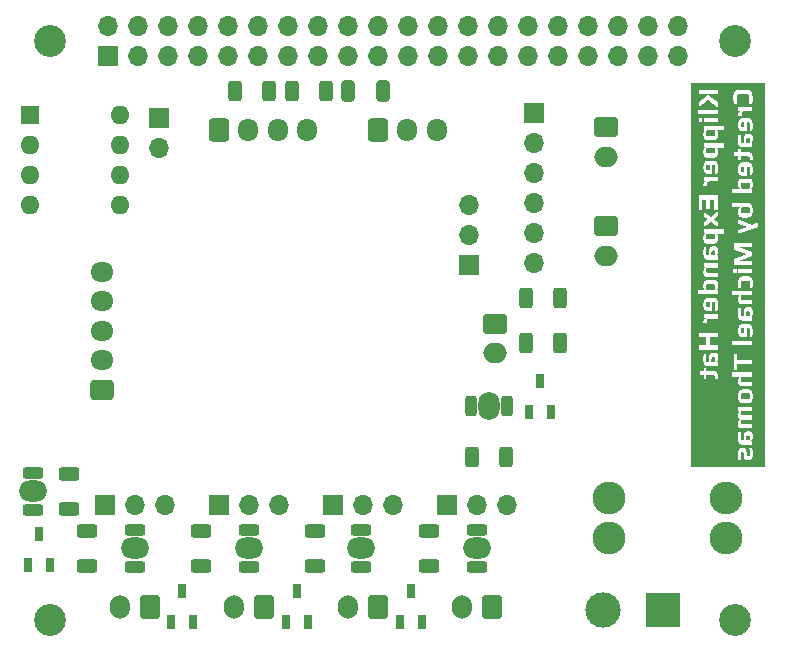
<source format=gbs>
G04 #@! TF.GenerationSoftware,KiCad,Pcbnew,(7.0.0-0)*
G04 #@! TF.CreationDate,2023-03-15T19:35:01+00:00*
G04 #@! TF.ProjectId,Klipper Expander Hat,4b6c6970-7065-4722-9045-7870616e6465,rev?*
G04 #@! TF.SameCoordinates,Original*
G04 #@! TF.FileFunction,Soldermask,Bot*
G04 #@! TF.FilePolarity,Negative*
%FSLAX46Y46*%
G04 Gerber Fmt 4.6, Leading zero omitted, Abs format (unit mm)*
G04 Created by KiCad (PCBNEW (7.0.0-0)) date 2023-03-15 19:35:01*
%MOMM*%
%LPD*%
G01*
G04 APERTURE LIST*
G04 Aperture macros list*
%AMRoundRect*
0 Rectangle with rounded corners*
0 $1 Rounding radius*
0 $2 $3 $4 $5 $6 $7 $8 $9 X,Y pos of 4 corners*
0 Add a 4 corners polygon primitive as box body*
4,1,4,$2,$3,$4,$5,$6,$7,$8,$9,$2,$3,0*
0 Add four circle primitives for the rounded corners*
1,1,$1+$1,$2,$3*
1,1,$1+$1,$4,$5*
1,1,$1+$1,$6,$7*
1,1,$1+$1,$8,$9*
0 Add four rect primitives between the rounded corners*
20,1,$1+$1,$2,$3,$4,$5,0*
20,1,$1+$1,$4,$5,$6,$7,0*
20,1,$1+$1,$6,$7,$8,$9,0*
20,1,$1+$1,$8,$9,$2,$3,0*%
G04 Aperture macros list end*
%ADD10C,0.200000*%
%ADD11RoundRect,0.250000X0.600000X0.750000X-0.600000X0.750000X-0.600000X-0.750000X0.600000X-0.750000X0*%
%ADD12O,1.700000X2.000000*%
%ADD13C,2.780000*%
%ADD14RoundRect,0.250000X0.725000X-0.600000X0.725000X0.600000X-0.725000X0.600000X-0.725000X-0.600000X0*%
%ADD15O,1.950000X1.700000*%
%ADD16C,2.700000*%
%ADD17RoundRect,0.250000X-0.750000X0.600000X-0.750000X-0.600000X0.750000X-0.600000X0.750000X0.600000X0*%
%ADD18O,2.000000X1.700000*%
%ADD19R,1.700000X1.700000*%
%ADD20O,1.700000X1.700000*%
%ADD21RoundRect,0.250000X-0.600000X-0.725000X0.600000X-0.725000X0.600000X0.725000X-0.600000X0.725000X0*%
%ADD22O,1.700000X1.950000*%
%ADD23R,1.600000X1.600000*%
%ADD24O,1.600000X1.600000*%
%ADD25R,3.000000X3.000000*%
%ADD26C,3.000000*%
%ADD27R,0.650000X1.220000*%
%ADD28O,2.400000X1.800000*%
%ADD29RoundRect,0.190000X0.685000X-0.285000X0.685000X0.285000X-0.685000X0.285000X-0.685000X-0.285000X0*%
%ADD30RoundRect,0.250000X0.625000X-0.312500X0.625000X0.312500X-0.625000X0.312500X-0.625000X-0.312500X0*%
%ADD31RoundRect,0.250000X-0.312500X-0.625000X0.312500X-0.625000X0.312500X0.625000X-0.312500X0.625000X0*%
%ADD32RoundRect,0.250000X-0.325000X-0.650000X0.325000X-0.650000X0.325000X0.650000X-0.325000X0.650000X0*%
%ADD33O,1.800000X2.400000*%
%ADD34RoundRect,0.190000X-0.285000X-0.685000X0.285000X-0.685000X0.285000X0.685000X-0.285000X0.685000X0*%
G04 APERTURE END LIST*
D10*
G36*
X162614895Y-80918250D02*
G01*
X162632420Y-80918831D01*
X162652222Y-80920102D01*
X162669686Y-80921978D01*
X162687558Y-80925029D01*
X162704154Y-80929689D01*
X162706151Y-80930452D01*
X162721805Y-80939250D01*
X162734145Y-80951699D01*
X162743172Y-80967800D01*
X162746756Y-80978323D01*
X162750420Y-80996483D01*
X162752844Y-81016248D01*
X162754359Y-81035680D01*
X162755241Y-81053164D01*
X162755829Y-81072372D01*
X162756123Y-81093302D01*
X162756159Y-81104414D01*
X162756095Y-81124072D01*
X162755904Y-81142657D01*
X162755584Y-81160166D01*
X162754960Y-81181841D01*
X162754109Y-81201607D01*
X162753030Y-81219462D01*
X162751362Y-81239094D01*
X162748893Y-81258714D01*
X162745876Y-81276292D01*
X162741179Y-81293275D01*
X162734788Y-81306158D01*
X162722072Y-81318874D01*
X162706212Y-81328423D01*
X162703586Y-81329667D01*
X162687291Y-81336032D01*
X162669205Y-81338883D01*
X162653577Y-81339497D01*
X162428752Y-81339497D01*
X162428752Y-81094583D01*
X162428919Y-81074514D01*
X162429420Y-81055981D01*
X162430515Y-81034975D01*
X162432133Y-81016369D01*
X162434762Y-80997210D01*
X162438780Y-80979226D01*
X162439437Y-80977041D01*
X162446143Y-80961306D01*
X162456943Y-80946862D01*
X162471192Y-80935866D01*
X162482607Y-80930452D01*
X162501708Y-80925029D01*
X162520065Y-80921978D01*
X162538003Y-80920102D01*
X162558342Y-80918831D01*
X162576340Y-80918250D01*
X162595875Y-80918056D01*
X162614895Y-80918250D01*
G37*
G36*
X162609384Y-77357263D02*
G01*
X162627740Y-77358797D01*
X162647700Y-77361987D01*
X162665407Y-77366651D01*
X162683215Y-77373952D01*
X162689908Y-77377695D01*
X162704009Y-77388310D01*
X162716392Y-77401830D01*
X162727057Y-77418253D01*
X162734831Y-77434643D01*
X162740345Y-77449930D01*
X162744901Y-77467282D01*
X162748684Y-77487013D01*
X162751155Y-77504510D01*
X162753132Y-77523531D01*
X162754615Y-77544074D01*
X162755603Y-77566140D01*
X162756020Y-77583688D01*
X162756159Y-77602093D01*
X162756020Y-77620495D01*
X162755603Y-77638032D01*
X162754615Y-77660071D01*
X162753132Y-77680574D01*
X162751155Y-77699541D01*
X162748684Y-77716972D01*
X162744901Y-77736601D01*
X162740345Y-77753829D01*
X162733623Y-77771996D01*
X162725638Y-77788030D01*
X162714728Y-77804039D01*
X162702100Y-77817143D01*
X162689908Y-77826064D01*
X162673415Y-77834225D01*
X162656835Y-77839624D01*
X162638002Y-77843551D01*
X162620585Y-77845699D01*
X162601604Y-77846824D01*
X162589464Y-77847008D01*
X162141095Y-77847008D01*
X162123184Y-77846553D01*
X162100928Y-77844533D01*
X162080529Y-77840897D01*
X162061986Y-77835644D01*
X162045299Y-77828775D01*
X162027052Y-77817916D01*
X162011706Y-77804532D01*
X162003891Y-77795289D01*
X161992563Y-77777049D01*
X161984883Y-77759271D01*
X161978431Y-77738661D01*
X161974399Y-77721345D01*
X161971058Y-77702436D01*
X161968408Y-77681935D01*
X161966450Y-77659841D01*
X161965183Y-77636154D01*
X161964607Y-77610874D01*
X161964568Y-77602093D01*
X161964722Y-77584656D01*
X161965528Y-77559827D01*
X161967026Y-77536590D01*
X161969215Y-77514947D01*
X161972095Y-77494897D01*
X161975666Y-77476439D01*
X161979929Y-77459574D01*
X161986687Y-77439565D01*
X161994675Y-77422388D01*
X162003891Y-77408042D01*
X162017497Y-77393266D01*
X162034003Y-77380994D01*
X162049297Y-77372980D01*
X162066447Y-77366569D01*
X162085454Y-77361760D01*
X162106318Y-77358555D01*
X162129038Y-77356952D01*
X162141095Y-77356751D01*
X162589464Y-77356751D01*
X162609384Y-77357263D01*
G37*
G36*
X159674895Y-74262388D02*
G01*
X159692420Y-74262969D01*
X159712222Y-74264240D01*
X159729686Y-74266117D01*
X159747558Y-74269167D01*
X159764154Y-74273827D01*
X159766151Y-74274590D01*
X159781805Y-74283388D01*
X159794145Y-74295838D01*
X159803172Y-74311939D01*
X159806756Y-74322461D01*
X159810420Y-74340621D01*
X159812844Y-74360386D01*
X159814359Y-74379818D01*
X159815241Y-74397303D01*
X159815829Y-74416510D01*
X159816123Y-74437440D01*
X159816159Y-74448552D01*
X159816095Y-74468210D01*
X159815904Y-74486795D01*
X159815584Y-74504305D01*
X159814960Y-74525980D01*
X159814109Y-74545745D01*
X159813030Y-74563600D01*
X159811362Y-74583232D01*
X159808893Y-74602852D01*
X159805876Y-74620430D01*
X159801179Y-74637414D01*
X159794788Y-74650296D01*
X159782072Y-74663012D01*
X159766212Y-74672561D01*
X159763586Y-74673805D01*
X159747291Y-74680170D01*
X159729205Y-74683021D01*
X159713577Y-74683636D01*
X159488752Y-74683636D01*
X159488752Y-74438721D01*
X159488919Y-74418652D01*
X159489420Y-74400119D01*
X159490515Y-74379113D01*
X159492133Y-74360507D01*
X159494762Y-74341348D01*
X159498780Y-74323364D01*
X159499437Y-74321179D01*
X159506143Y-74305445D01*
X159516943Y-74291000D01*
X159531192Y-74280004D01*
X159542607Y-74274590D01*
X159561708Y-74269167D01*
X159580065Y-74266117D01*
X159598003Y-74264240D01*
X159618342Y-74262969D01*
X159636340Y-74262388D01*
X159655875Y-74262195D01*
X159674895Y-74262388D01*
G37*
G36*
X162264621Y-72252015D02*
G01*
X162086812Y-72252015D01*
X162068463Y-72250846D01*
X162051616Y-72247340D01*
X162033384Y-72240047D01*
X162017315Y-72229388D01*
X162003410Y-72215363D01*
X161995343Y-72204143D01*
X161986477Y-72187720D01*
X161979114Y-72168104D01*
X161974305Y-72150112D01*
X161970459Y-72130077D01*
X161967574Y-72107998D01*
X161966041Y-72090097D01*
X161965049Y-72071047D01*
X161964598Y-72050848D01*
X161964568Y-72043859D01*
X161964835Y-72020251D01*
X161965635Y-71998153D01*
X161966969Y-71977565D01*
X161968836Y-71958487D01*
X161971236Y-71940920D01*
X161975267Y-71919846D01*
X161980246Y-71901457D01*
X161987803Y-71882245D01*
X161994915Y-71869897D01*
X162005950Y-71856475D01*
X162020816Y-71843372D01*
X162037455Y-71833545D01*
X162055868Y-71826993D01*
X162076054Y-71823717D01*
X162086812Y-71823308D01*
X162264621Y-71823308D01*
X162264621Y-72252015D01*
G37*
G36*
X162614895Y-70405305D02*
G01*
X162632420Y-70405886D01*
X162652222Y-70407157D01*
X162669686Y-70409033D01*
X162687558Y-70412084D01*
X162704154Y-70416744D01*
X162706151Y-70417507D01*
X162721805Y-70426305D01*
X162734145Y-70438755D01*
X162743172Y-70454856D01*
X162746756Y-70465378D01*
X162750420Y-70483538D01*
X162752844Y-70503303D01*
X162754359Y-70522735D01*
X162755241Y-70540220D01*
X162755829Y-70559427D01*
X162756123Y-70580357D01*
X162756159Y-70591469D01*
X162756095Y-70611127D01*
X162755904Y-70629712D01*
X162755584Y-70647221D01*
X162754960Y-70668897D01*
X162754109Y-70688662D01*
X162753030Y-70706517D01*
X162751362Y-70726149D01*
X162748893Y-70745769D01*
X162745876Y-70763347D01*
X162741179Y-70780331D01*
X162734788Y-70793213D01*
X162722072Y-70805929D01*
X162706212Y-70815478D01*
X162703586Y-70816722D01*
X162687291Y-70823087D01*
X162669205Y-70825938D01*
X162653577Y-70826553D01*
X162428752Y-70826553D01*
X162428752Y-70581638D01*
X162428919Y-70561569D01*
X162429420Y-70543036D01*
X162430515Y-70522030D01*
X162432133Y-70503424D01*
X162434762Y-70484265D01*
X162438780Y-70466281D01*
X162439437Y-70464096D01*
X162446143Y-70448362D01*
X162456943Y-70433917D01*
X162471192Y-70422921D01*
X162482607Y-70417507D01*
X162501708Y-70412084D01*
X162520065Y-70409033D01*
X162538003Y-70407157D01*
X162558342Y-70405886D01*
X162576340Y-70405305D01*
X162595875Y-70405112D01*
X162614895Y-70405305D01*
G37*
G36*
X159324621Y-70039663D02*
G01*
X159146812Y-70039663D01*
X159128463Y-70038494D01*
X159111616Y-70034988D01*
X159093384Y-70027695D01*
X159077315Y-70017036D01*
X159063410Y-70003011D01*
X159055343Y-69991792D01*
X159046477Y-69975369D01*
X159039114Y-69955753D01*
X159034305Y-69937761D01*
X159030459Y-69917725D01*
X159027574Y-69895646D01*
X159026041Y-69877745D01*
X159025049Y-69858695D01*
X159024598Y-69838496D01*
X159024568Y-69831507D01*
X159024835Y-69807899D01*
X159025635Y-69785801D01*
X159026969Y-69765213D01*
X159028836Y-69746136D01*
X159031236Y-69728568D01*
X159035267Y-69707494D01*
X159040246Y-69689105D01*
X159047803Y-69669894D01*
X159054915Y-69657545D01*
X159065950Y-69644123D01*
X159080816Y-69631020D01*
X159097455Y-69621193D01*
X159115868Y-69614641D01*
X159136054Y-69611365D01*
X159146812Y-69610956D01*
X159324621Y-69610956D01*
X159324621Y-70039663D01*
G37*
G36*
X159667590Y-68119629D02*
G01*
X159686653Y-68120787D01*
X159704088Y-68122718D01*
X159722861Y-68126054D01*
X159741801Y-68131351D01*
X159751191Y-68135057D01*
X159767647Y-68145075D01*
X159781538Y-68158886D01*
X159791589Y-68174083D01*
X159799677Y-68192184D01*
X159801627Y-68197889D01*
X159806566Y-68217163D01*
X159809901Y-68235980D01*
X159812526Y-68257301D01*
X159814116Y-68276161D01*
X159815251Y-68296624D01*
X159815932Y-68318690D01*
X159816145Y-68336291D01*
X159816159Y-68342359D01*
X159816054Y-68364319D01*
X159815739Y-68385159D01*
X159815213Y-68404881D01*
X159814476Y-68423482D01*
X159813530Y-68440965D01*
X159811940Y-68462533D01*
X159809977Y-68482111D01*
X159807639Y-68499699D01*
X159804191Y-68518885D01*
X159799817Y-68535608D01*
X159793245Y-68553280D01*
X159783755Y-68570592D01*
X159772301Y-68584345D01*
X159758884Y-68594539D01*
X159742724Y-68602200D01*
X159726365Y-68607269D01*
X159707691Y-68610956D01*
X159690363Y-68612972D01*
X159671427Y-68614028D01*
X159659294Y-68614201D01*
X159181433Y-68614201D01*
X159163021Y-68613690D01*
X159145987Y-68612156D01*
X159127364Y-68608965D01*
X159110724Y-68604302D01*
X159093819Y-68597000D01*
X159087400Y-68593257D01*
X159073714Y-68582727D01*
X159061828Y-68569087D01*
X159051741Y-68552339D01*
X159044529Y-68535510D01*
X159039528Y-68519740D01*
X159035218Y-68502027D01*
X159031639Y-68481748D01*
X159029302Y-68463675D01*
X159027432Y-68443960D01*
X159026029Y-68422603D01*
X159025284Y-68405506D01*
X159024802Y-68387485D01*
X159024583Y-68368540D01*
X159024568Y-68362020D01*
X159024688Y-68341422D01*
X159025049Y-68321944D01*
X159025650Y-68303585D01*
X159026492Y-68286346D01*
X159027988Y-68265101D01*
X159029911Y-68245847D01*
X159032262Y-68228583D01*
X159035801Y-68209802D01*
X159038246Y-68200026D01*
X159043921Y-68182896D01*
X159052327Y-68165797D01*
X159062656Y-68151807D01*
X159076814Y-68139626D01*
X159084835Y-68135057D01*
X159101300Y-68128895D01*
X159118701Y-68124818D01*
X159139137Y-68121853D01*
X159158486Y-68120231D01*
X159179943Y-68119382D01*
X159193828Y-68119243D01*
X159646899Y-68119243D01*
X159667590Y-68119629D01*
G37*
G36*
X159674895Y-65247140D02*
G01*
X159692420Y-65247722D01*
X159712222Y-65248993D01*
X159729686Y-65250869D01*
X159747558Y-65253919D01*
X159764154Y-65258580D01*
X159766151Y-65259342D01*
X159781805Y-65268140D01*
X159794145Y-65280590D01*
X159803172Y-65296691D01*
X159806756Y-65307214D01*
X159810420Y-65325373D01*
X159812844Y-65345138D01*
X159814359Y-65364570D01*
X159815241Y-65382055D01*
X159815829Y-65401262D01*
X159816123Y-65422193D01*
X159816159Y-65433304D01*
X159816095Y-65452963D01*
X159815904Y-65471547D01*
X159815584Y-65489057D01*
X159814960Y-65510732D01*
X159814109Y-65530497D01*
X159813030Y-65548352D01*
X159811362Y-65567985D01*
X159808893Y-65587605D01*
X159805876Y-65605182D01*
X159801179Y-65622166D01*
X159794788Y-65635049D01*
X159782072Y-65647765D01*
X159766212Y-65657313D01*
X159763586Y-65658557D01*
X159747291Y-65664922D01*
X159729205Y-65667773D01*
X159713577Y-65668388D01*
X159488752Y-65668388D01*
X159488752Y-65423473D01*
X159488919Y-65403404D01*
X159489420Y-65384872D01*
X159490515Y-65363865D01*
X159492133Y-65345260D01*
X159494762Y-65326101D01*
X159498780Y-65308117D01*
X159499437Y-65305931D01*
X159506143Y-65290197D01*
X159516943Y-65275753D01*
X159531192Y-65264757D01*
X159542607Y-65259342D01*
X159561708Y-65253919D01*
X159580065Y-65250869D01*
X159598003Y-65248993D01*
X159618342Y-65247722D01*
X159636340Y-65247140D01*
X159655875Y-65246947D01*
X159674895Y-65247140D01*
G37*
G36*
X159657438Y-63825191D02*
G01*
X159678078Y-63826358D01*
X159696924Y-63828422D01*
X159713975Y-63831383D01*
X159732068Y-63836122D01*
X159749908Y-63843283D01*
X159764947Y-63852899D01*
X159777900Y-63865665D01*
X159788766Y-63881580D01*
X159796420Y-63897729D01*
X159801627Y-63912953D01*
X159805813Y-63930307D01*
X159809290Y-63950311D01*
X159811561Y-63968223D01*
X159813378Y-63987831D01*
X159814740Y-64009136D01*
X159815464Y-64026227D01*
X159815932Y-64044273D01*
X159816145Y-64063273D01*
X159816159Y-64069818D01*
X159816032Y-64089083D01*
X159815648Y-64107445D01*
X159815010Y-64124906D01*
X159813761Y-64146785D01*
X159812058Y-64167061D01*
X159809901Y-64185734D01*
X159807289Y-64202804D01*
X159803387Y-64221888D01*
X159801627Y-64228821D01*
X159795250Y-64247944D01*
X159787341Y-64264604D01*
X159776177Y-64280925D01*
X159762926Y-64293893D01*
X159749908Y-64302338D01*
X159732068Y-64309999D01*
X159713975Y-64315068D01*
X159696924Y-64318236D01*
X159678078Y-64320444D01*
X159657438Y-64321692D01*
X159639633Y-64321999D01*
X159201095Y-64321999D01*
X159181607Y-64321732D01*
X159163535Y-64320931D01*
X159142936Y-64319177D01*
X159124549Y-64316590D01*
X159105405Y-64312382D01*
X159087097Y-64305954D01*
X159084835Y-64304902D01*
X159070273Y-64295766D01*
X159058001Y-64283316D01*
X159048020Y-64267552D01*
X159041288Y-64251403D01*
X159036964Y-64236087D01*
X159033393Y-64218441D01*
X159030427Y-64197560D01*
X159028490Y-64178526D01*
X159026941Y-64157422D01*
X159026033Y-64140235D01*
X159025343Y-64121884D01*
X159024871Y-64102368D01*
X159024617Y-64081688D01*
X159024568Y-64067254D01*
X159024718Y-64048841D01*
X159025169Y-64031270D01*
X159026238Y-64009151D01*
X159027841Y-63988528D01*
X159029978Y-63969400D01*
X159032649Y-63951769D01*
X159036740Y-63931834D01*
X159041665Y-63914236D01*
X159048768Y-63895723D01*
X159057253Y-63879614D01*
X159068899Y-63863860D01*
X159082428Y-63851378D01*
X159095521Y-63843283D01*
X159113137Y-63836122D01*
X159130678Y-63831383D01*
X159150473Y-63827937D01*
X159168691Y-63826053D01*
X159188474Y-63825065D01*
X159201095Y-63824904D01*
X159639633Y-63824904D01*
X159657438Y-63825191D01*
G37*
G36*
X162597438Y-61604291D02*
G01*
X162618078Y-61605458D01*
X162636924Y-61607522D01*
X162653975Y-61610483D01*
X162672068Y-61615222D01*
X162689908Y-61622383D01*
X162704947Y-61632060D01*
X162717900Y-61645010D01*
X162728766Y-61661232D01*
X162736420Y-61677741D01*
X162741627Y-61693336D01*
X162745813Y-61711059D01*
X162749290Y-61731370D01*
X162751561Y-61749482D01*
X162753378Y-61769250D01*
X162754740Y-61790675D01*
X162755464Y-61807830D01*
X162755932Y-61825917D01*
X162756145Y-61844936D01*
X162756159Y-61851483D01*
X162756032Y-61870747D01*
X162755648Y-61889110D01*
X162755010Y-61906570D01*
X162753761Y-61928449D01*
X162752058Y-61948725D01*
X162749901Y-61967398D01*
X162747289Y-61984469D01*
X162743387Y-62003553D01*
X162741627Y-62010485D01*
X162735250Y-62029479D01*
X162727341Y-62046068D01*
X162716177Y-62062384D01*
X162702926Y-62075427D01*
X162689908Y-62084002D01*
X162672068Y-62091663D01*
X162653975Y-62096732D01*
X162636924Y-62099900D01*
X162618078Y-62102108D01*
X162597438Y-62103356D01*
X162579633Y-62103663D01*
X162141095Y-62103663D01*
X162121607Y-62103396D01*
X162103535Y-62102595D01*
X162082936Y-62100842D01*
X162064549Y-62098254D01*
X162045405Y-62094046D01*
X162027097Y-62087618D01*
X162024835Y-62086566D01*
X162010273Y-62077430D01*
X161998001Y-62064980D01*
X161988020Y-62049216D01*
X161981288Y-62033068D01*
X161976964Y-62017751D01*
X161973393Y-62000105D01*
X161970427Y-61979224D01*
X161968490Y-61960191D01*
X161966941Y-61939087D01*
X161966033Y-61921900D01*
X161965343Y-61903548D01*
X161964871Y-61884033D01*
X161964617Y-61863352D01*
X161964568Y-61848918D01*
X161964718Y-61830502D01*
X161965169Y-61812919D01*
X161966238Y-61790773D01*
X161967841Y-61770110D01*
X161969978Y-61750929D01*
X161972649Y-61733231D01*
X161976740Y-61713194D01*
X161981665Y-61695473D01*
X161988768Y-61676915D01*
X161997253Y-61660671D01*
X162008899Y-61644645D01*
X162022428Y-61631768D01*
X162035521Y-61623238D01*
X162053137Y-61615743D01*
X162070678Y-61610784D01*
X162090473Y-61607178D01*
X162108691Y-61605206D01*
X162128474Y-61604173D01*
X162141095Y-61604004D01*
X162579633Y-61604004D01*
X162597438Y-61604291D01*
G37*
G36*
X162607590Y-59518128D02*
G01*
X162626653Y-59519287D01*
X162644088Y-59521217D01*
X162662861Y-59524553D01*
X162681801Y-59529850D01*
X162691191Y-59533557D01*
X162707647Y-59543575D01*
X162721538Y-59557386D01*
X162731589Y-59572583D01*
X162739677Y-59590683D01*
X162741627Y-59596389D01*
X162746566Y-59615663D01*
X162749901Y-59634479D01*
X162752526Y-59655801D01*
X162754116Y-59674661D01*
X162755251Y-59695124D01*
X162755932Y-59717190D01*
X162756145Y-59734791D01*
X162756159Y-59740858D01*
X162756054Y-59762818D01*
X162755739Y-59783659D01*
X162755213Y-59803380D01*
X162754476Y-59821982D01*
X162753530Y-59839464D01*
X162751940Y-59861033D01*
X162749977Y-59880611D01*
X162747639Y-59898199D01*
X162744191Y-59917385D01*
X162739817Y-59934108D01*
X162733245Y-59951779D01*
X162723755Y-59969091D01*
X162712301Y-59982845D01*
X162698884Y-59993039D01*
X162682724Y-60000700D01*
X162666365Y-60005769D01*
X162647691Y-60009456D01*
X162630363Y-60011472D01*
X162611427Y-60012528D01*
X162599294Y-60012700D01*
X162121433Y-60012700D01*
X162103021Y-60012189D01*
X162085987Y-60010655D01*
X162067364Y-60007465D01*
X162050724Y-60002801D01*
X162033819Y-59995500D01*
X162027400Y-59991757D01*
X162013714Y-59981226D01*
X162001828Y-59967587D01*
X161991741Y-59950839D01*
X161984529Y-59934009D01*
X161979528Y-59918240D01*
X161975218Y-59900527D01*
X161971639Y-59880247D01*
X161969302Y-59862175D01*
X161967432Y-59842460D01*
X161966029Y-59821102D01*
X161965284Y-59804006D01*
X161964802Y-59785985D01*
X161964583Y-59767040D01*
X161964568Y-59760520D01*
X161964688Y-59739922D01*
X161965049Y-59720444D01*
X161965650Y-59702085D01*
X161966492Y-59684845D01*
X161967988Y-59663601D01*
X161969911Y-59644347D01*
X161972262Y-59627083D01*
X161975801Y-59608302D01*
X161978246Y-59598526D01*
X161983921Y-59581395D01*
X161992327Y-59564297D01*
X162002656Y-59550307D01*
X162016814Y-59538125D01*
X162024835Y-59533557D01*
X162041300Y-59527395D01*
X162058701Y-59523318D01*
X162079137Y-59520352D01*
X162098486Y-59518731D01*
X162119943Y-59517881D01*
X162133828Y-59517742D01*
X162586899Y-59517742D01*
X162607590Y-59518128D01*
G37*
G36*
X162264621Y-58579545D02*
G01*
X162086812Y-58579545D01*
X162068463Y-58578376D01*
X162051616Y-58574870D01*
X162033384Y-58567577D01*
X162017315Y-58556918D01*
X162003410Y-58542893D01*
X161995343Y-58531673D01*
X161986477Y-58515250D01*
X161979114Y-58495634D01*
X161974305Y-58477642D01*
X161970459Y-58457607D01*
X161967574Y-58435527D01*
X161966041Y-58417627D01*
X161965049Y-58398577D01*
X161964598Y-58378377D01*
X161964568Y-58371389D01*
X161964835Y-58347780D01*
X161965635Y-58325682D01*
X161966969Y-58305095D01*
X161968836Y-58286017D01*
X161971236Y-58268450D01*
X161975267Y-58247376D01*
X161980246Y-58228986D01*
X161987803Y-58209775D01*
X161994915Y-58197427D01*
X162005950Y-58184005D01*
X162020816Y-58170902D01*
X162037455Y-58161074D01*
X162055868Y-58154523D01*
X162076054Y-58151247D01*
X162086812Y-58150837D01*
X162264621Y-58150837D01*
X162264621Y-58579545D01*
G37*
G36*
X159324621Y-58430801D02*
G01*
X159146812Y-58430801D01*
X159128463Y-58429632D01*
X159111616Y-58426126D01*
X159093384Y-58418833D01*
X159077315Y-58408174D01*
X159063410Y-58394149D01*
X159055343Y-58382929D01*
X159046477Y-58366506D01*
X159039114Y-58346890D01*
X159034305Y-58328898D01*
X159030459Y-58308863D01*
X159027574Y-58286783D01*
X159026041Y-58268883D01*
X159025049Y-58249833D01*
X159024598Y-58229633D01*
X159024568Y-58222645D01*
X159024835Y-58199037D01*
X159025635Y-58176939D01*
X159026969Y-58156351D01*
X159028836Y-58137273D01*
X159031236Y-58119706D01*
X159035267Y-58098632D01*
X159040246Y-58080242D01*
X159047803Y-58061031D01*
X159054915Y-58048683D01*
X159065950Y-58035261D01*
X159080816Y-58022158D01*
X159097455Y-58012330D01*
X159115868Y-58005779D01*
X159136054Y-58002503D01*
X159146812Y-58002093D01*
X159324621Y-58002093D01*
X159324621Y-58430801D01*
G37*
G36*
X159657438Y-56543579D02*
G01*
X159678078Y-56544746D01*
X159696924Y-56546810D01*
X159713975Y-56549771D01*
X159732068Y-56554510D01*
X159749908Y-56561671D01*
X159764947Y-56571287D01*
X159777900Y-56584053D01*
X159788766Y-56599968D01*
X159796420Y-56616117D01*
X159801627Y-56631341D01*
X159805813Y-56648695D01*
X159809290Y-56668699D01*
X159811561Y-56686611D01*
X159813378Y-56706219D01*
X159814740Y-56727524D01*
X159815464Y-56744615D01*
X159815932Y-56762661D01*
X159816145Y-56781661D01*
X159816159Y-56788206D01*
X159816032Y-56807471D01*
X159815648Y-56825833D01*
X159815010Y-56843294D01*
X159813761Y-56865173D01*
X159812058Y-56885449D01*
X159809901Y-56904122D01*
X159807289Y-56921192D01*
X159803387Y-56940276D01*
X159801627Y-56947209D01*
X159795250Y-56966332D01*
X159787341Y-56982992D01*
X159776177Y-56999313D01*
X159762926Y-57012281D01*
X159749908Y-57020726D01*
X159732068Y-57028387D01*
X159713975Y-57033456D01*
X159696924Y-57036624D01*
X159678078Y-57038832D01*
X159657438Y-57040080D01*
X159639633Y-57040387D01*
X159201095Y-57040387D01*
X159181607Y-57040120D01*
X159163535Y-57039319D01*
X159142936Y-57037565D01*
X159124549Y-57034978D01*
X159105405Y-57030770D01*
X159087097Y-57024342D01*
X159084835Y-57023290D01*
X159070273Y-57014154D01*
X159058001Y-57001704D01*
X159048020Y-56985940D01*
X159041288Y-56969791D01*
X159036964Y-56954475D01*
X159033393Y-56936829D01*
X159030427Y-56915948D01*
X159028490Y-56896914D01*
X159026941Y-56875810D01*
X159026033Y-56858623D01*
X159025343Y-56840272D01*
X159024871Y-56820756D01*
X159024617Y-56800076D01*
X159024568Y-56785642D01*
X159024718Y-56767229D01*
X159025169Y-56749658D01*
X159026238Y-56727539D01*
X159027841Y-56706916D01*
X159029978Y-56687788D01*
X159032649Y-56670157D01*
X159036740Y-56650222D01*
X159041665Y-56632624D01*
X159048768Y-56614111D01*
X159057253Y-56598002D01*
X159068899Y-56582248D01*
X159082428Y-56569766D01*
X159095521Y-56561671D01*
X159113137Y-56554510D01*
X159130678Y-56549771D01*
X159150473Y-56546325D01*
X159168691Y-56544441D01*
X159188474Y-56543453D01*
X159201095Y-56543292D01*
X159639633Y-56543292D01*
X159657438Y-56543579D01*
G37*
G36*
X162614895Y-55736080D02*
G01*
X162632420Y-55736661D01*
X162652222Y-55737932D01*
X162669686Y-55739808D01*
X162687558Y-55742858D01*
X162704154Y-55747519D01*
X162706151Y-55748281D01*
X162721805Y-55757080D01*
X162734145Y-55769529D01*
X162743172Y-55785630D01*
X162746756Y-55796153D01*
X162750420Y-55814312D01*
X162752844Y-55834077D01*
X162754359Y-55853510D01*
X162755241Y-55870994D01*
X162755829Y-55890202D01*
X162756123Y-55911132D01*
X162756159Y-55922243D01*
X162756095Y-55941902D01*
X162755904Y-55960486D01*
X162755584Y-55977996D01*
X162754960Y-55999671D01*
X162754109Y-56019436D01*
X162753030Y-56037291D01*
X162751362Y-56056924D01*
X162748893Y-56076544D01*
X162745876Y-56094121D01*
X162741179Y-56111105D01*
X162734788Y-56123988D01*
X162722072Y-56136704D01*
X162706212Y-56146252D01*
X162703586Y-56147496D01*
X162687291Y-56153861D01*
X162669205Y-56156713D01*
X162653577Y-56157327D01*
X162428752Y-56157327D01*
X162428752Y-55912413D01*
X162428919Y-55892344D01*
X162429420Y-55873811D01*
X162430515Y-55852805D01*
X162432133Y-55834199D01*
X162434762Y-55815040D01*
X162438780Y-55797056D01*
X162439437Y-55794871D01*
X162446143Y-55779136D01*
X162456943Y-55764692D01*
X162471192Y-55753696D01*
X162482607Y-55748281D01*
X162501708Y-55742858D01*
X162520065Y-55739808D01*
X162538003Y-55737932D01*
X162558342Y-55736661D01*
X162576340Y-55736080D01*
X162595875Y-55735886D01*
X162614895Y-55736080D01*
G37*
G36*
X159657438Y-55052721D02*
G01*
X159678078Y-55053887D01*
X159696924Y-55055951D01*
X159713975Y-55058913D01*
X159732068Y-55063651D01*
X159749908Y-55070813D01*
X159764947Y-55080429D01*
X159777900Y-55093194D01*
X159788766Y-55109110D01*
X159796420Y-55125258D01*
X159801627Y-55140483D01*
X159805813Y-55157837D01*
X159809290Y-55177841D01*
X159811561Y-55195753D01*
X159813378Y-55215361D01*
X159814740Y-55236665D01*
X159815464Y-55253757D01*
X159815932Y-55271803D01*
X159816145Y-55290803D01*
X159816159Y-55297348D01*
X159816032Y-55316612D01*
X159815648Y-55334975D01*
X159815010Y-55352436D01*
X159813761Y-55374315D01*
X159812058Y-55394591D01*
X159809901Y-55413264D01*
X159807289Y-55430334D01*
X159803387Y-55449418D01*
X159801627Y-55456350D01*
X159795250Y-55475474D01*
X159787341Y-55492134D01*
X159776177Y-55508455D01*
X159762926Y-55521422D01*
X159749908Y-55529867D01*
X159732068Y-55537528D01*
X159713975Y-55542597D01*
X159696924Y-55545765D01*
X159678078Y-55547974D01*
X159657438Y-55549222D01*
X159639633Y-55549529D01*
X159201095Y-55549529D01*
X159181607Y-55549262D01*
X159163535Y-55548460D01*
X159142936Y-55546707D01*
X159124549Y-55544119D01*
X159105405Y-55539912D01*
X159087097Y-55533484D01*
X159084835Y-55532432D01*
X159070273Y-55523295D01*
X159058001Y-55510845D01*
X159048020Y-55495082D01*
X159041288Y-55478933D01*
X159036964Y-55463616D01*
X159033393Y-55445970D01*
X159030427Y-55425090D01*
X159028490Y-55406056D01*
X159026941Y-55384952D01*
X159026033Y-55367765D01*
X159025343Y-55349414D01*
X159024871Y-55329898D01*
X159024617Y-55309217D01*
X159024568Y-55294784D01*
X159024718Y-55276371D01*
X159025169Y-55258800D01*
X159026238Y-55236680D01*
X159027841Y-55216057D01*
X159029978Y-55196930D01*
X159032649Y-55179299D01*
X159036740Y-55159363D01*
X159041665Y-55141765D01*
X159048768Y-55123253D01*
X159057253Y-55107144D01*
X159068899Y-55091389D01*
X159082428Y-55078907D01*
X159095521Y-55070813D01*
X159113137Y-55063651D01*
X159130678Y-55058913D01*
X159150473Y-55055467D01*
X159168691Y-55053582D01*
X159188474Y-55052595D01*
X159201095Y-55052434D01*
X159639633Y-55052434D01*
X159657438Y-55052721D01*
G37*
G36*
X162264621Y-54831882D02*
G01*
X162086812Y-54831882D01*
X162068463Y-54830714D01*
X162051616Y-54827207D01*
X162033384Y-54819914D01*
X162017315Y-54809255D01*
X162003410Y-54795231D01*
X161995343Y-54784011D01*
X161986477Y-54767588D01*
X161979114Y-54747972D01*
X161974305Y-54729980D01*
X161970459Y-54709944D01*
X161967574Y-54687865D01*
X161966041Y-54669965D01*
X161965049Y-54650915D01*
X161964598Y-54630715D01*
X161964568Y-54623726D01*
X161964835Y-54600118D01*
X161965635Y-54578020D01*
X161966969Y-54557432D01*
X161968836Y-54538355D01*
X161971236Y-54520787D01*
X161975267Y-54499713D01*
X161980246Y-54481324D01*
X161987803Y-54462113D01*
X161994915Y-54449764D01*
X162005950Y-54436343D01*
X162020816Y-54423239D01*
X162037455Y-54413412D01*
X162055868Y-54406860D01*
X162076054Y-54403584D01*
X162086812Y-54403175D01*
X162264621Y-54403175D01*
X162264621Y-54831882D01*
G37*
G36*
X164018249Y-83582101D02*
G01*
X157762478Y-83582101D01*
X157762478Y-82552102D01*
X161744872Y-82552102D01*
X161745067Y-82575779D01*
X161745414Y-82593384D01*
X161745935Y-82612444D01*
X161746630Y-82632961D01*
X161747498Y-82654933D01*
X161748540Y-82678361D01*
X161749755Y-82703245D01*
X161751145Y-82729585D01*
X161752707Y-82757381D01*
X161754444Y-82786633D01*
X161756354Y-82817341D01*
X161758437Y-82849505D01*
X161760695Y-82883124D01*
X161761889Y-82900480D01*
X161763126Y-82918200D01*
X161764406Y-82936284D01*
X161765730Y-82954731D01*
X161767098Y-82973543D01*
X161994061Y-82973543D01*
X161992246Y-82949960D01*
X161990489Y-82927029D01*
X161988790Y-82904750D01*
X161987148Y-82883123D01*
X161985564Y-82862148D01*
X161984038Y-82841824D01*
X161982569Y-82822153D01*
X161981158Y-82803134D01*
X161979804Y-82784767D01*
X161978508Y-82767052D01*
X161977269Y-82749989D01*
X161974965Y-82717818D01*
X161972892Y-82688256D01*
X161971048Y-82661301D01*
X161969436Y-82636955D01*
X161968053Y-82615216D01*
X161966901Y-82596086D01*
X161965605Y-82572280D01*
X161964827Y-82554341D01*
X161964568Y-82542271D01*
X161964645Y-82524603D01*
X161965048Y-82499566D01*
X161965797Y-82476288D01*
X161966891Y-82454767D01*
X161968332Y-82435004D01*
X161970117Y-82417000D01*
X161973036Y-82395729D01*
X161976569Y-82377583D01*
X161981849Y-82359297D01*
X161984230Y-82353349D01*
X161995900Y-82338194D01*
X162011087Y-82326761D01*
X162026905Y-82319923D01*
X162045308Y-82315821D01*
X162062618Y-82314492D01*
X162066295Y-82314454D01*
X162130409Y-82314454D01*
X162147971Y-82316956D01*
X162164114Y-82324462D01*
X162178836Y-82336971D01*
X162186402Y-82346083D01*
X162195562Y-82361499D01*
X162202472Y-82379696D01*
X162206604Y-82397508D01*
X162209084Y-82417363D01*
X162209887Y-82435470D01*
X162209910Y-82439262D01*
X162209910Y-82596127D01*
X162210186Y-82622949D01*
X162211012Y-82648921D01*
X162212390Y-82674040D01*
X162214318Y-82698308D01*
X162216797Y-82721725D01*
X162219828Y-82744290D01*
X162223409Y-82766003D01*
X162227541Y-82786865D01*
X162232225Y-82806876D01*
X162237459Y-82826035D01*
X162243244Y-82844342D01*
X162249581Y-82861798D01*
X162256468Y-82878403D01*
X162263906Y-82894156D01*
X162280435Y-82923107D01*
X162299168Y-82948652D01*
X162320106Y-82970792D01*
X162343247Y-82989525D01*
X162368592Y-83004852D01*
X162396141Y-83016773D01*
X162425893Y-83025288D01*
X162457850Y-83030397D01*
X162492011Y-83032100D01*
X162640327Y-83032100D01*
X162661251Y-83031599D01*
X162681493Y-83030097D01*
X162701055Y-83027592D01*
X162719935Y-83024086D01*
X162738134Y-83019578D01*
X162755652Y-83014068D01*
X162772488Y-83007557D01*
X162788644Y-83000043D01*
X162804038Y-82991829D01*
X162822097Y-82980697D01*
X162838841Y-82968604D01*
X162854270Y-82955552D01*
X162868385Y-82941540D01*
X162881185Y-82926567D01*
X162888234Y-82917123D01*
X162898564Y-82901074D01*
X162908186Y-82883647D01*
X162917097Y-82864843D01*
X162923716Y-82848808D01*
X162929880Y-82831891D01*
X162935590Y-82814093D01*
X162940846Y-82795413D01*
X162942089Y-82790605D01*
X162946711Y-82771271D01*
X162950958Y-82751736D01*
X162954832Y-82732001D01*
X162958331Y-82712066D01*
X162961457Y-82691930D01*
X162964208Y-82671594D01*
X162966586Y-82651058D01*
X162968589Y-82630321D01*
X162970292Y-82610920D01*
X162971768Y-82590757D01*
X162973017Y-82569834D01*
X162974039Y-82548148D01*
X162974834Y-82525702D01*
X162975281Y-82508367D01*
X162975600Y-82490605D01*
X162975792Y-82472414D01*
X162975856Y-82453794D01*
X162975715Y-82429578D01*
X162975295Y-82404694D01*
X162974593Y-82379142D01*
X162973612Y-82352922D01*
X162972349Y-82326034D01*
X162970807Y-82298479D01*
X162968984Y-82270255D01*
X162966880Y-82241364D01*
X162964496Y-82211805D01*
X162961831Y-82181578D01*
X162958886Y-82150683D01*
X162955660Y-82119121D01*
X162952154Y-82086890D01*
X162948367Y-82053992D01*
X162944300Y-82020425D01*
X162942161Y-82003392D01*
X162939952Y-81986191D01*
X162703159Y-81986191D01*
X162706419Y-82007253D01*
X162709577Y-82027909D01*
X162712630Y-82048159D01*
X162715581Y-82068003D01*
X162718427Y-82087442D01*
X162721171Y-82106475D01*
X162723810Y-82125102D01*
X162726346Y-82143324D01*
X162728779Y-82161139D01*
X162731108Y-82178549D01*
X162733334Y-82195554D01*
X162737474Y-82228345D01*
X162741201Y-82259514D01*
X162744514Y-82289060D01*
X162747412Y-82316982D01*
X162749896Y-82343282D01*
X162751967Y-82367960D01*
X162753623Y-82391014D01*
X162754865Y-82412445D01*
X162755693Y-82432254D01*
X162756107Y-82450439D01*
X162756159Y-82458923D01*
X162755960Y-82479486D01*
X162755363Y-82499020D01*
X162754367Y-82517524D01*
X162752974Y-82534998D01*
X162750496Y-82556697D01*
X162747310Y-82576565D01*
X162743417Y-82594604D01*
X162737554Y-82614579D01*
X162733506Y-82625192D01*
X162725364Y-82640830D01*
X162713143Y-82656097D01*
X162698246Y-82667547D01*
X162680675Y-82675181D01*
X162660429Y-82678998D01*
X162649303Y-82679475D01*
X162573221Y-82679475D01*
X162554227Y-82678629D01*
X162537049Y-82676094D01*
X162518832Y-82670819D01*
X162503229Y-82663111D01*
X162488330Y-82651041D01*
X162483035Y-82644853D01*
X162473883Y-82629701D01*
X162467704Y-82613516D01*
X162462839Y-82594097D01*
X162459894Y-82576232D01*
X162457790Y-82556296D01*
X162456528Y-82534290D01*
X162456133Y-82516428D01*
X162456107Y-82510214D01*
X162456107Y-82355914D01*
X162455820Y-82332686D01*
X162454958Y-82310126D01*
X162453522Y-82288234D01*
X162451512Y-82267010D01*
X162448928Y-82246453D01*
X162445769Y-82226565D01*
X162442035Y-82207344D01*
X162437728Y-82188791D01*
X162432846Y-82170906D01*
X162427389Y-82153689D01*
X162421359Y-82137139D01*
X162414754Y-82121258D01*
X162403769Y-82098688D01*
X162391492Y-82077620D01*
X162382590Y-82064410D01*
X162368201Y-82046001D01*
X162352602Y-82029403D01*
X162335793Y-82014616D01*
X162317775Y-82001639D01*
X162298547Y-81990473D01*
X162278109Y-81981117D01*
X162256462Y-81973573D01*
X162233606Y-81967839D01*
X162209539Y-81963916D01*
X162184263Y-81961803D01*
X162166740Y-81961401D01*
X162024408Y-81961401D01*
X162005785Y-81961975D01*
X161987849Y-81963698D01*
X161970602Y-81966570D01*
X161946021Y-81973031D01*
X161922988Y-81982077D01*
X161901502Y-81993708D01*
X161881564Y-82007923D01*
X161863174Y-82024723D01*
X161846332Y-82044107D01*
X161835963Y-82058466D01*
X161826283Y-82073974D01*
X161817290Y-82090630D01*
X161808985Y-82108435D01*
X161801222Y-82127399D01*
X161793959Y-82147531D01*
X161787197Y-82168832D01*
X161780936Y-82191302D01*
X161775176Y-82214941D01*
X161769916Y-82239748D01*
X161765158Y-82265724D01*
X161760900Y-82292869D01*
X161757144Y-82321182D01*
X161753888Y-82350665D01*
X161751133Y-82381316D01*
X161748879Y-82413136D01*
X161747126Y-82446124D01*
X161745874Y-82480281D01*
X161745435Y-82497798D01*
X161745122Y-82515607D01*
X161744934Y-82533709D01*
X161744872Y-82552102D01*
X157762478Y-82552102D01*
X157762478Y-81114244D01*
X161744872Y-81114244D01*
X161745005Y-81142314D01*
X161745406Y-81169569D01*
X161746074Y-81196010D01*
X161747009Y-81221635D01*
X161748211Y-81246446D01*
X161749680Y-81270442D01*
X161751417Y-81293623D01*
X161753420Y-81315989D01*
X161755691Y-81337541D01*
X161758229Y-81358277D01*
X161761034Y-81378199D01*
X161764106Y-81397307D01*
X161767445Y-81415599D01*
X161771052Y-81433077D01*
X161774925Y-81449740D01*
X161779066Y-81465588D01*
X161785905Y-81488213D01*
X161793602Y-81509606D01*
X161802154Y-81529767D01*
X161811563Y-81548695D01*
X161821829Y-81566392D01*
X161832951Y-81582856D01*
X161844930Y-81598088D01*
X161857765Y-81612088D01*
X161871457Y-81624855D01*
X161886005Y-81636391D01*
X161896180Y-81643397D01*
X161912316Y-81653021D01*
X161929790Y-81661699D01*
X161948601Y-81669430D01*
X161968749Y-81676215D01*
X161990235Y-81682053D01*
X162013058Y-81686944D01*
X162037218Y-81690888D01*
X162062716Y-81693886D01*
X162080457Y-81695359D01*
X162098793Y-81696411D01*
X162117723Y-81697042D01*
X162137248Y-81697252D01*
X162948501Y-81697252D01*
X162948501Y-81346764D01*
X162844636Y-81346764D01*
X162861620Y-81335938D01*
X162877308Y-81324190D01*
X162891700Y-81311521D01*
X162904796Y-81297930D01*
X162916597Y-81283418D01*
X162927103Y-81267984D01*
X162936312Y-81251628D01*
X162944226Y-81234351D01*
X162951639Y-81214522D01*
X162956551Y-81197048D01*
X162960906Y-81177341D01*
X162964705Y-81155404D01*
X162967948Y-81131235D01*
X162969802Y-81113882D01*
X162971408Y-81095538D01*
X162972767Y-81076202D01*
X162973879Y-81055874D01*
X162974744Y-81034555D01*
X162975361Y-81012243D01*
X162975732Y-80988940D01*
X162975856Y-80964646D01*
X162975739Y-80944139D01*
X162975388Y-80924294D01*
X162974804Y-80905110D01*
X162973986Y-80886587D01*
X162972934Y-80868726D01*
X162971648Y-80851525D01*
X162969282Y-80826964D01*
X162966389Y-80803890D01*
X162962970Y-80782305D01*
X162959026Y-80762207D01*
X162954555Y-80743596D01*
X162949559Y-80726473D01*
X162945936Y-80715884D01*
X162937708Y-80696136D01*
X162927984Y-80677924D01*
X162916764Y-80661247D01*
X162904048Y-80646107D01*
X162889836Y-80632503D01*
X162874129Y-80620435D01*
X162856925Y-80609903D01*
X162838225Y-80600907D01*
X162817455Y-80593193D01*
X162800282Y-80588083D01*
X162781741Y-80583551D01*
X162761833Y-80579598D01*
X162740558Y-80576223D01*
X162717916Y-80573427D01*
X162693905Y-80571209D01*
X162668528Y-80569570D01*
X162650850Y-80568799D01*
X162632564Y-80568285D01*
X162613671Y-80568027D01*
X162603996Y-80567995D01*
X162586866Y-80568134D01*
X162562047Y-80568861D01*
X162538279Y-80570213D01*
X162515564Y-80572187D01*
X162493901Y-80574786D01*
X162473289Y-80578008D01*
X162453729Y-80581853D01*
X162435222Y-80586322D01*
X162417766Y-80591415D01*
X162401361Y-80597132D01*
X162386009Y-80603472D01*
X162366935Y-80613029D01*
X162349251Y-80623961D01*
X162332955Y-80636270D01*
X162318049Y-80649954D01*
X162304531Y-80665014D01*
X162292403Y-80681450D01*
X162281664Y-80699262D01*
X162272314Y-80718449D01*
X162264100Y-80739266D01*
X162258657Y-80756114D01*
X162253831Y-80774023D01*
X162249621Y-80792990D01*
X162246028Y-80813017D01*
X162243050Y-80834103D01*
X162240688Y-80856248D01*
X162238942Y-80879453D01*
X162237813Y-80903718D01*
X162237300Y-80929041D01*
X162237265Y-80937718D01*
X162237265Y-81339497D01*
X162152208Y-81339497D01*
X162132974Y-81339170D01*
X162115022Y-81338188D01*
X162094385Y-81336041D01*
X162075752Y-81332871D01*
X162059123Y-81328678D01*
X162041812Y-81322296D01*
X162034238Y-81318554D01*
X162018347Y-81307921D01*
X162004704Y-81293975D01*
X161994802Y-81279384D01*
X161986552Y-81262359D01*
X161979955Y-81242899D01*
X161975523Y-81224323D01*
X161971841Y-81203054D01*
X161969437Y-81184100D01*
X161967513Y-81163423D01*
X161966071Y-81141024D01*
X161965304Y-81123093D01*
X161964809Y-81104193D01*
X161964583Y-81084324D01*
X161964568Y-81077486D01*
X161964695Y-81058026D01*
X161965076Y-81037689D01*
X161965710Y-81016473D01*
X161966598Y-80994378D01*
X161967740Y-80971406D01*
X161969136Y-80947555D01*
X161970786Y-80922827D01*
X161972689Y-80897219D01*
X161974846Y-80870734D01*
X161977257Y-80843371D01*
X161979922Y-80815129D01*
X161982841Y-80786009D01*
X161986013Y-80756011D01*
X161989439Y-80725134D01*
X161993119Y-80693379D01*
X161997052Y-80660747D01*
X161769662Y-80660747D01*
X161766660Y-80685208D01*
X161763852Y-80710188D01*
X161761237Y-80735684D01*
X161758816Y-80761699D01*
X161756589Y-80788231D01*
X161754556Y-80815281D01*
X161752716Y-80842848D01*
X161751069Y-80870933D01*
X161749617Y-80899535D01*
X161748358Y-80928655D01*
X161747293Y-80958293D01*
X161746421Y-80988448D01*
X161745743Y-81019121D01*
X161745259Y-81050311D01*
X161744969Y-81082019D01*
X161744872Y-81114244D01*
X157762478Y-81114244D01*
X157762478Y-79928995D01*
X161744872Y-79928995D01*
X161745010Y-79948005D01*
X161745426Y-79966461D01*
X161746119Y-79984363D01*
X161747089Y-80001711D01*
X161749064Y-80026692D01*
X161751662Y-80050427D01*
X161754884Y-80072914D01*
X161758730Y-80094155D01*
X161763199Y-80114148D01*
X161768292Y-80132893D01*
X161774008Y-80150392D01*
X161780348Y-80166643D01*
X161789705Y-80186692D01*
X161800250Y-80205165D01*
X161811984Y-80222062D01*
X161824907Y-80237382D01*
X161839019Y-80251126D01*
X161854319Y-80263295D01*
X161870809Y-80273887D01*
X161888487Y-80282903D01*
X161907520Y-80290617D01*
X161928077Y-80297302D01*
X161950156Y-80302958D01*
X161967715Y-80306526D01*
X161986130Y-80309515D01*
X162005401Y-80311926D01*
X162025530Y-80313758D01*
X162046514Y-80315011D01*
X162068356Y-80315686D01*
X162083392Y-80315815D01*
X162948501Y-80315815D01*
X162948501Y-79958487D01*
X162132546Y-79958487D01*
X162113800Y-79958334D01*
X162096456Y-79957873D01*
X162076748Y-79956865D01*
X162059231Y-79955377D01*
X162041104Y-79952957D01*
X162023944Y-79949261D01*
X162021843Y-79948657D01*
X162004987Y-79941267D01*
X161991444Y-79930159D01*
X161981215Y-79915331D01*
X161976964Y-79905487D01*
X161972134Y-79888797D01*
X161968938Y-79870845D01*
X161966941Y-79853314D01*
X161965549Y-79833445D01*
X161964871Y-79815868D01*
X161964580Y-79796794D01*
X161964568Y-79791792D01*
X161964677Y-79773462D01*
X161965004Y-79756138D01*
X161965779Y-79734607D01*
X161966941Y-79714865D01*
X161968490Y-79696913D01*
X161970972Y-79676990D01*
X161974058Y-79659864D01*
X161976964Y-79648177D01*
X161983202Y-79630868D01*
X161992785Y-79614492D01*
X162004987Y-79601749D01*
X162019807Y-79592640D01*
X162021843Y-79591757D01*
X162038390Y-79586594D01*
X162055991Y-79583178D01*
X162073069Y-79581043D01*
X162092339Y-79579555D01*
X162113800Y-79578714D01*
X162132546Y-79578506D01*
X162948501Y-79578506D01*
X162948501Y-79220752D01*
X162132546Y-79220752D01*
X162113800Y-79220598D01*
X162096456Y-79220137D01*
X162076748Y-79219129D01*
X162059231Y-79217641D01*
X162041104Y-79215222D01*
X162023944Y-79211526D01*
X162021843Y-79210921D01*
X162004987Y-79203565D01*
X161991444Y-79192558D01*
X161981215Y-79177900D01*
X161976964Y-79168178D01*
X161972134Y-79151468D01*
X161968938Y-79133466D01*
X161966941Y-79115871D01*
X161965549Y-79095917D01*
X161964871Y-79078255D01*
X161964580Y-79059085D01*
X161964568Y-79054056D01*
X161964677Y-79035730D01*
X161965004Y-79018418D01*
X161965779Y-78996913D01*
X161966941Y-78977211D01*
X161968490Y-78959313D01*
X161970972Y-78939476D01*
X161974058Y-78922456D01*
X161976964Y-78910869D01*
X161983202Y-78893560D01*
X161992785Y-78877184D01*
X162004987Y-78864441D01*
X162019807Y-78855332D01*
X162021843Y-78854449D01*
X162038390Y-78849286D01*
X162055991Y-78845870D01*
X162073069Y-78843735D01*
X162092339Y-78842246D01*
X162113800Y-78841405D01*
X162132546Y-78841198D01*
X162948501Y-78841198D01*
X162948501Y-78483444D01*
X161772227Y-78483444D01*
X161772227Y-78841198D01*
X161914132Y-78841198D01*
X161893636Y-78846573D01*
X161874462Y-78854148D01*
X161856610Y-78863924D01*
X161840081Y-78875900D01*
X161824874Y-78890077D01*
X161810989Y-78906454D01*
X161798427Y-78925032D01*
X161787187Y-78945811D01*
X161777269Y-78968790D01*
X161768674Y-78993969D01*
X161761401Y-79021350D01*
X161755451Y-79050930D01*
X161750822Y-79082712D01*
X161747516Y-79116694D01*
X161746359Y-79134510D01*
X161745533Y-79152876D01*
X161745037Y-79171793D01*
X161744872Y-79191259D01*
X161745040Y-79211779D01*
X161745546Y-79231664D01*
X161746389Y-79250915D01*
X161747570Y-79269532D01*
X161749088Y-79287514D01*
X161750943Y-79304861D01*
X161754357Y-79329693D01*
X161758531Y-79353097D01*
X161763463Y-79375073D01*
X161769155Y-79395622D01*
X161775605Y-79414743D01*
X161782814Y-79432437D01*
X161788042Y-79443440D01*
X161796477Y-79459053D01*
X161805753Y-79473674D01*
X161819431Y-79491626D01*
X161834604Y-79507814D01*
X161851274Y-79522240D01*
X161869439Y-79534902D01*
X161889101Y-79545802D01*
X161904829Y-79552819D01*
X161921398Y-79558845D01*
X161904382Y-79564856D01*
X161888275Y-79571828D01*
X161873076Y-79579762D01*
X161854226Y-79591837D01*
X161836992Y-79605621D01*
X161821375Y-79621115D01*
X161807373Y-79638319D01*
X161794988Y-79657233D01*
X161786759Y-79672540D01*
X161779274Y-79689174D01*
X161772524Y-79707342D01*
X161766511Y-79727042D01*
X161761234Y-79748274D01*
X161756694Y-79771040D01*
X161752889Y-79795338D01*
X161750762Y-79812388D01*
X161748962Y-79830120D01*
X161747490Y-79848532D01*
X161746344Y-79867626D01*
X161745526Y-79887401D01*
X161745035Y-79907857D01*
X161744872Y-79928995D01*
X157762478Y-79928995D01*
X157762478Y-77602093D01*
X161744872Y-77602093D01*
X161744928Y-77622776D01*
X161745097Y-77642670D01*
X161745379Y-77661775D01*
X161745773Y-77680092D01*
X161746280Y-77697619D01*
X161747132Y-77719762D01*
X161748184Y-77740502D01*
X161749436Y-77759839D01*
X161750889Y-77777775D01*
X161751283Y-77782039D01*
X161753066Y-77799130D01*
X161755424Y-77816634D01*
X161758356Y-77834552D01*
X161761862Y-77852885D01*
X161765942Y-77871632D01*
X161770597Y-77890792D01*
X161775827Y-77910367D01*
X161781630Y-77930356D01*
X161788669Y-77951854D01*
X161796323Y-77972324D01*
X161804591Y-77991765D01*
X161813473Y-78010177D01*
X161822970Y-78027562D01*
X161833082Y-78043917D01*
X161843807Y-78059244D01*
X161855147Y-78073543D01*
X161867302Y-78087080D01*
X161880686Y-78100124D01*
X161895299Y-78112673D01*
X161911140Y-78124727D01*
X161928210Y-78136288D01*
X161946509Y-78147354D01*
X161966037Y-78157926D01*
X161981490Y-78165531D01*
X161986794Y-78168004D01*
X162003528Y-78174573D01*
X162020870Y-78180496D01*
X162038820Y-78185773D01*
X162057380Y-78190404D01*
X162076547Y-78194388D01*
X162096324Y-78197727D01*
X162116709Y-78200419D01*
X162137702Y-78202465D01*
X162159304Y-78203865D01*
X162181515Y-78204619D01*
X162196660Y-78204763D01*
X162545866Y-78204763D01*
X162566230Y-78204451D01*
X162586128Y-78203515D01*
X162605560Y-78201956D01*
X162624526Y-78199774D01*
X162643026Y-78196968D01*
X162661061Y-78193538D01*
X162678629Y-78189484D01*
X162695732Y-78184807D01*
X162712369Y-78179507D01*
X162728540Y-78173582D01*
X162739062Y-78169286D01*
X162759225Y-78160090D01*
X162778252Y-78150239D01*
X162796144Y-78139734D01*
X162812900Y-78128574D01*
X162828521Y-78116760D01*
X162843007Y-78104291D01*
X162856357Y-78091168D01*
X162868572Y-78077390D01*
X162881142Y-78061163D01*
X162890642Y-78046935D01*
X162899648Y-78031597D01*
X162908160Y-78015152D01*
X162916178Y-77997597D01*
X162923701Y-77978934D01*
X162930730Y-77959162D01*
X162935678Y-77943606D01*
X162941802Y-77922602D01*
X162947352Y-77901692D01*
X162952327Y-77880875D01*
X162956728Y-77860151D01*
X162960555Y-77839521D01*
X162963808Y-77818985D01*
X162966486Y-77798542D01*
X162968589Y-77778192D01*
X162970292Y-77759359D01*
X162971768Y-77739617D01*
X162973017Y-77718967D01*
X162974039Y-77697409D01*
X162974834Y-77674943D01*
X162975281Y-77657497D01*
X162975600Y-77639540D01*
X162975792Y-77621072D01*
X162975856Y-77602093D01*
X162975792Y-77581759D01*
X162975600Y-77562107D01*
X162975281Y-77543140D01*
X162974834Y-77524856D01*
X162974259Y-77507256D01*
X162973294Y-77484853D01*
X162972102Y-77463666D01*
X162970683Y-77443694D01*
X162969037Y-77424937D01*
X162968589Y-77420438D01*
X162966539Y-77402546D01*
X162964021Y-77384347D01*
X162961036Y-77365841D01*
X162957583Y-77347028D01*
X162953663Y-77327907D01*
X162949275Y-77308479D01*
X162944420Y-77288744D01*
X162939097Y-77268702D01*
X162932679Y-77247224D01*
X162925607Y-77226814D01*
X162917880Y-77207473D01*
X162909498Y-77189201D01*
X162900462Y-77171997D01*
X162890771Y-77155862D01*
X162880426Y-77140795D01*
X162869427Y-77126797D01*
X162857406Y-77113600D01*
X162844209Y-77100938D01*
X162829837Y-77088809D01*
X162814289Y-77077215D01*
X162797566Y-77066156D01*
X162779668Y-77055631D01*
X162760594Y-77045639D01*
X162740345Y-77036183D01*
X162719608Y-77027567D01*
X162703345Y-77021860D01*
X162686474Y-77016798D01*
X162668994Y-77012383D01*
X162650906Y-77008614D01*
X162632209Y-77005491D01*
X162612903Y-77003014D01*
X162592989Y-77001183D01*
X162572467Y-76999998D01*
X162551335Y-76999460D01*
X162544156Y-76999424D01*
X162193668Y-76999424D01*
X162171884Y-76999747D01*
X162150612Y-77000716D01*
X162129850Y-77002332D01*
X162109599Y-77004593D01*
X162089859Y-77007501D01*
X162070630Y-77011055D01*
X162051911Y-77015255D01*
X162033704Y-77020101D01*
X162016008Y-77025593D01*
X161998822Y-77031731D01*
X161987649Y-77036183D01*
X161971409Y-77043266D01*
X161955868Y-77050733D01*
X161936233Y-77061286D01*
X161917840Y-77072519D01*
X161900690Y-77084433D01*
X161884782Y-77097029D01*
X161870116Y-77110306D01*
X161856692Y-77124264D01*
X161850446Y-77131498D01*
X161837690Y-77148341D01*
X161827966Y-77162987D01*
X161818669Y-77178675D01*
X161809800Y-77195404D01*
X161801359Y-77213176D01*
X161793344Y-77231989D01*
X161785758Y-77251844D01*
X161780348Y-77267420D01*
X161773623Y-77288517D01*
X161767552Y-77309494D01*
X161762136Y-77330351D01*
X161757374Y-77351088D01*
X161753267Y-77371705D01*
X161749814Y-77392201D01*
X161747016Y-77412577D01*
X161744872Y-77432833D01*
X161744872Y-77450154D01*
X161744872Y-77472781D01*
X161744872Y-77494873D01*
X161744872Y-77516431D01*
X161744872Y-77537455D01*
X161744872Y-77557945D01*
X161744872Y-77577900D01*
X161744872Y-77597322D01*
X161744872Y-77602093D01*
X157762478Y-77602093D01*
X157762478Y-75820159D01*
X158490287Y-75820159D01*
X158832227Y-75820159D01*
X158832227Y-76145856D01*
X159051923Y-76145856D01*
X159051923Y-75820159D01*
X159608431Y-75820159D01*
X159629134Y-75820386D01*
X159648502Y-75821067D01*
X159666534Y-75822202D01*
X159687195Y-75824260D01*
X159705770Y-75827027D01*
X159725305Y-75831285D01*
X159736658Y-75834691D01*
X159754192Y-75842504D01*
X159769395Y-75852853D01*
X159782265Y-75865739D01*
X159792804Y-75881160D01*
X159797780Y-75891111D01*
X159804026Y-75908352D01*
X159808244Y-75925061D01*
X159811564Y-75943898D01*
X159813987Y-75964865D01*
X159815280Y-75983170D01*
X159815998Y-76002839D01*
X159816159Y-76018484D01*
X159815566Y-76036266D01*
X159814114Y-76056001D01*
X159812237Y-76075615D01*
X159810301Y-76093380D01*
X159807976Y-76112988D01*
X159805265Y-76134440D01*
X159803764Y-76145856D01*
X160024315Y-76145856D01*
X160026378Y-76124576D01*
X160028237Y-76103852D01*
X160029894Y-76083684D01*
X160031348Y-76064071D01*
X160032599Y-76045015D01*
X160033647Y-76026515D01*
X160034492Y-76008570D01*
X160035134Y-75991182D01*
X160035675Y-75968862D01*
X160035856Y-75947531D01*
X160035742Y-75925332D01*
X160035402Y-75904041D01*
X160034834Y-75883658D01*
X160034039Y-75864183D01*
X160033017Y-75845617D01*
X160031768Y-75827959D01*
X160029888Y-75807164D01*
X160028589Y-75795368D01*
X160025964Y-75776267D01*
X160022629Y-75757167D01*
X160018584Y-75738066D01*
X160013830Y-75718966D01*
X160008366Y-75699865D01*
X160002193Y-75680765D01*
X159999525Y-75673124D01*
X159993708Y-75656421D01*
X159987370Y-75640507D01*
X159978715Y-75621721D01*
X159969246Y-75604167D01*
X159958963Y-75587844D01*
X159950955Y-75576954D01*
X161252478Y-75576954D01*
X161252478Y-75934709D01*
X161913277Y-75934709D01*
X161892884Y-75940180D01*
X161873807Y-75948045D01*
X161856046Y-75958305D01*
X161839600Y-75970959D01*
X161824470Y-75986008D01*
X161810655Y-76003450D01*
X161798156Y-76023287D01*
X161786973Y-76045518D01*
X161777106Y-76070144D01*
X161768554Y-76097163D01*
X161761318Y-76126577D01*
X161755397Y-76158385D01*
X161750792Y-76192588D01*
X161748983Y-76210587D01*
X161747503Y-76229184D01*
X161746352Y-76248380D01*
X161745530Y-76268175D01*
X161745036Y-76288568D01*
X161744872Y-76309560D01*
X161745191Y-76337506D01*
X161746147Y-76364391D01*
X161747742Y-76390213D01*
X161749974Y-76414974D01*
X161752844Y-76438673D01*
X161756352Y-76461309D01*
X161760498Y-76482884D01*
X161765281Y-76503397D01*
X161770703Y-76522849D01*
X161776762Y-76541238D01*
X161783459Y-76558565D01*
X161790793Y-76574831D01*
X161798766Y-76590034D01*
X161811920Y-76610849D01*
X161826510Y-76629274D01*
X161842640Y-76645697D01*
X161860415Y-76660505D01*
X161879836Y-76673697D01*
X161900902Y-76685273D01*
X161923613Y-76695235D01*
X161947970Y-76703581D01*
X161965123Y-76708248D01*
X161983006Y-76712196D01*
X162001621Y-76715427D01*
X162020967Y-76717940D01*
X162041044Y-76719735D01*
X162061852Y-76720811D01*
X162083392Y-76721170D01*
X162948501Y-76721170D01*
X162948501Y-76363416D01*
X162125280Y-76363416D01*
X162104898Y-76363082D01*
X162086227Y-76362080D01*
X162066082Y-76359996D01*
X162048400Y-76356951D01*
X162030887Y-76352182D01*
X162024408Y-76349738D01*
X162009181Y-76341484D01*
X161996411Y-76329970D01*
X161986100Y-76315197D01*
X161979093Y-76299597D01*
X161978246Y-76297165D01*
X161972916Y-76277752D01*
X161969390Y-76257596D01*
X161967186Y-76238320D01*
X161965650Y-76216791D01*
X161964902Y-76197944D01*
X161964582Y-76177655D01*
X161964568Y-76172357D01*
X161964677Y-76153058D01*
X161965004Y-76134750D01*
X161965549Y-76117434D01*
X161966614Y-76095889D01*
X161968066Y-76076108D01*
X161969906Y-76058089D01*
X161972751Y-76038045D01*
X161976201Y-76020756D01*
X161976964Y-76017629D01*
X161982188Y-76000469D01*
X161990144Y-75983259D01*
X162000105Y-75969076D01*
X162013942Y-75956574D01*
X162021843Y-75951806D01*
X162038042Y-75945144D01*
X162054792Y-75940736D01*
X162074186Y-75937530D01*
X162092368Y-75935777D01*
X162112387Y-75934859D01*
X162125280Y-75934709D01*
X162948501Y-75934709D01*
X162948501Y-75576954D01*
X161252478Y-75576954D01*
X159950955Y-75576954D01*
X159947866Y-75572753D01*
X159938403Y-75561566D01*
X159925528Y-75548596D01*
X159911213Y-75536397D01*
X159895458Y-75524970D01*
X159878263Y-75514316D01*
X159859628Y-75504434D01*
X159843683Y-75497084D01*
X159831119Y-75491896D01*
X159813147Y-75484984D01*
X159794494Y-75478993D01*
X159775160Y-75473924D01*
X159755144Y-75469777D01*
X159734448Y-75466551D01*
X159713070Y-75464247D01*
X159691011Y-75462865D01*
X159668270Y-75462404D01*
X159051923Y-75462404D01*
X159051923Y-75222191D01*
X158832227Y-75222191D01*
X158832227Y-75462404D01*
X158490287Y-75462404D01*
X158490287Y-75820159D01*
X157762478Y-75820159D01*
X157762478Y-74458383D01*
X158804872Y-74458383D01*
X158805005Y-74486452D01*
X158805406Y-74513707D01*
X158806074Y-74540148D01*
X158807009Y-74565773D01*
X158808211Y-74590584D01*
X158809680Y-74614580D01*
X158811417Y-74637761D01*
X158813420Y-74660127D01*
X158815691Y-74681679D01*
X158818229Y-74702416D01*
X158821034Y-74722338D01*
X158824106Y-74741445D01*
X158827445Y-74759737D01*
X158831052Y-74777215D01*
X158834925Y-74793878D01*
X158839066Y-74809726D01*
X158845905Y-74832351D01*
X158853602Y-74853744D01*
X158862154Y-74873905D01*
X158871563Y-74892833D01*
X158881829Y-74910530D01*
X158892951Y-74926994D01*
X158904930Y-74942226D01*
X158917765Y-74956226D01*
X158931457Y-74968994D01*
X158946005Y-74980529D01*
X158956180Y-74987535D01*
X158972316Y-74997159D01*
X158989790Y-75005837D01*
X159008601Y-75013568D01*
X159028749Y-75020353D01*
X159050235Y-75026191D01*
X159073058Y-75031082D01*
X159097218Y-75035026D01*
X159122716Y-75038024D01*
X159140457Y-75039497D01*
X159158793Y-75040549D01*
X159177723Y-75041180D01*
X159197248Y-75041390D01*
X160008501Y-75041390D01*
X160008501Y-74690902D01*
X159904636Y-74690902D01*
X159921620Y-74680076D01*
X159937308Y-74668328D01*
X159951700Y-74655659D01*
X159964796Y-74642068D01*
X159976597Y-74627556D01*
X159987103Y-74612122D01*
X159996312Y-74595766D01*
X160004226Y-74578489D01*
X160011639Y-74558661D01*
X160016551Y-74541186D01*
X160020906Y-74521480D01*
X160024705Y-74499542D01*
X160027948Y-74475373D01*
X160029802Y-74458020D01*
X160031408Y-74439676D01*
X160032767Y-74420340D01*
X160033879Y-74400012D01*
X160034744Y-74378693D01*
X160035361Y-74356382D01*
X160035732Y-74333079D01*
X160035856Y-74308784D01*
X160035739Y-74288277D01*
X160035388Y-74268432D01*
X160034804Y-74249248D01*
X160033986Y-74230725D01*
X160032934Y-74212864D01*
X160031648Y-74195663D01*
X160029282Y-74171102D01*
X160026389Y-74148029D01*
X160022970Y-74126443D01*
X160019026Y-74106345D01*
X160014555Y-74087734D01*
X160009559Y-74070611D01*
X160005936Y-74060023D01*
X159997708Y-74040274D01*
X159987984Y-74022062D01*
X159981603Y-74012578D01*
X161361899Y-74012578D01*
X161361899Y-75372217D01*
X161635451Y-75372217D01*
X161635451Y-74884525D01*
X162948501Y-74884525D01*
X162948501Y-74502407D01*
X161635451Y-74502407D01*
X161635451Y-74012578D01*
X161361899Y-74012578D01*
X159981603Y-74012578D01*
X159976764Y-74005386D01*
X159964048Y-73990245D01*
X159949836Y-73976641D01*
X159934129Y-73964573D01*
X159916925Y-73954041D01*
X159898225Y-73945045D01*
X159877455Y-73937332D01*
X159860282Y-73932221D01*
X159841741Y-73927689D01*
X159821833Y-73923736D01*
X159800558Y-73920361D01*
X159777916Y-73917565D01*
X159753905Y-73915348D01*
X159728528Y-73913708D01*
X159710850Y-73912937D01*
X159692564Y-73912423D01*
X159673671Y-73912166D01*
X159663996Y-73912133D01*
X159646866Y-73912272D01*
X159622047Y-73913000D01*
X159598279Y-73914351D01*
X159575564Y-73916326D01*
X159553901Y-73918924D01*
X159533289Y-73922146D01*
X159513729Y-73925991D01*
X159495222Y-73930461D01*
X159477766Y-73935553D01*
X159461361Y-73941270D01*
X159446009Y-73947610D01*
X159426935Y-73957167D01*
X159409251Y-73968099D01*
X159392955Y-73980408D01*
X159378049Y-73994092D01*
X159364531Y-74009152D01*
X159352403Y-74025588D01*
X159341664Y-74043400D01*
X159332314Y-74062587D01*
X159324100Y-74083404D01*
X159318657Y-74100253D01*
X159313831Y-74118161D01*
X159309621Y-74137128D01*
X159306028Y-74157155D01*
X159303050Y-74178241D01*
X159300688Y-74200387D01*
X159298942Y-74223591D01*
X159297813Y-74247856D01*
X159297300Y-74273179D01*
X159297265Y-74281856D01*
X159297265Y-74683636D01*
X159212208Y-74683636D01*
X159192974Y-74683308D01*
X159175022Y-74682327D01*
X159154385Y-74680179D01*
X159135752Y-74677009D01*
X159119123Y-74672816D01*
X159101812Y-74666435D01*
X159094238Y-74662692D01*
X159078347Y-74652059D01*
X159064704Y-74638113D01*
X159054802Y-74623522D01*
X159046552Y-74606497D01*
X159039955Y-74587038D01*
X159035523Y-74568461D01*
X159031841Y-74547192D01*
X159029437Y-74528238D01*
X159027513Y-74507562D01*
X159026071Y-74485162D01*
X159025304Y-74467231D01*
X159024809Y-74448331D01*
X159024583Y-74428462D01*
X159024568Y-74421624D01*
X159024695Y-74402165D01*
X159025076Y-74381827D01*
X159025710Y-74360611D01*
X159026598Y-74338517D01*
X159027740Y-74315544D01*
X159029136Y-74291694D01*
X159030786Y-74266965D01*
X159032689Y-74241358D01*
X159034846Y-74214872D01*
X159037257Y-74187509D01*
X159039922Y-74159267D01*
X159042841Y-74130147D01*
X159046013Y-74100149D01*
X159049439Y-74069272D01*
X159053119Y-74037518D01*
X159057052Y-74004885D01*
X158829662Y-74004885D01*
X158826660Y-74029346D01*
X158823852Y-74054326D01*
X158821237Y-74079823D01*
X158818816Y-74105837D01*
X158816589Y-74132369D01*
X158814556Y-74159419D01*
X158812716Y-74186986D01*
X158811069Y-74215071D01*
X158809617Y-74243673D01*
X158808358Y-74272793D01*
X158807293Y-74302431D01*
X158806421Y-74332586D01*
X158805743Y-74363259D01*
X158805259Y-74394449D01*
X158804969Y-74426157D01*
X158804872Y-74458383D01*
X157762478Y-74458383D01*
X157762478Y-72204571D01*
X158421899Y-72204571D01*
X158421899Y-72586689D01*
X159051069Y-72586689D01*
X159051069Y-73262875D01*
X158421899Y-73262875D01*
X158421899Y-73645420D01*
X160008501Y-73645420D01*
X160008501Y-73262875D01*
X159324621Y-73262875D01*
X159324621Y-72876910D01*
X161252478Y-72876910D01*
X161252478Y-73234665D01*
X162948501Y-73234665D01*
X162948501Y-72876910D01*
X161252478Y-72876910D01*
X159324621Y-72876910D01*
X159324621Y-72586689D01*
X160008501Y-72586689D01*
X160008501Y-72204571D01*
X158421899Y-72204571D01*
X157762478Y-72204571D01*
X157762478Y-72048988D01*
X161744872Y-72048988D01*
X161744966Y-72066445D01*
X161745249Y-72083608D01*
X161746381Y-72117049D01*
X161748268Y-72149311D01*
X161750909Y-72180394D01*
X161754305Y-72210299D01*
X161758456Y-72239025D01*
X161763361Y-72266572D01*
X161769021Y-72292941D01*
X161775436Y-72318130D01*
X161782605Y-72342141D01*
X161790529Y-72364974D01*
X161799208Y-72386627D01*
X161808642Y-72407102D01*
X161818830Y-72426398D01*
X161829772Y-72444515D01*
X161841470Y-72461453D01*
X161854064Y-72477343D01*
X161867696Y-72492208D01*
X161882367Y-72506047D01*
X161898077Y-72518862D01*
X161914825Y-72530651D01*
X161932611Y-72541415D01*
X161951437Y-72551154D01*
X161971300Y-72559868D01*
X161992202Y-72567556D01*
X162014143Y-72574220D01*
X162037122Y-72579858D01*
X162061140Y-72584471D01*
X162086196Y-72588059D01*
X162112290Y-72590622D01*
X162139423Y-72592160D01*
X162167595Y-72592673D01*
X162456107Y-72592673D01*
X162456107Y-71823308D01*
X162564245Y-71823308D01*
X162583121Y-71823954D01*
X162600961Y-71825892D01*
X162617763Y-71829123D01*
X162638553Y-71835441D01*
X162657500Y-71844056D01*
X162674604Y-71854969D01*
X162689864Y-71868179D01*
X162703281Y-71883686D01*
X162712134Y-71896825D01*
X162722453Y-71917041D01*
X162729289Y-71934613D01*
X162735351Y-71954252D01*
X162740639Y-71975956D01*
X162745153Y-71999727D01*
X162747733Y-72016722D01*
X162749968Y-72034636D01*
X162751860Y-72053468D01*
X162753408Y-72073218D01*
X162754612Y-72093886D01*
X162755471Y-72115473D01*
X162755987Y-72137978D01*
X162756159Y-72161401D01*
X162755959Y-72183639D01*
X162755358Y-72206220D01*
X162754356Y-72229146D01*
X162752954Y-72252416D01*
X162751150Y-72276029D01*
X162748946Y-72299987D01*
X162746342Y-72324288D01*
X162743337Y-72348933D01*
X162739930Y-72373923D01*
X162736124Y-72399256D01*
X162731916Y-72424933D01*
X162727308Y-72450954D01*
X162722299Y-72477320D01*
X162716890Y-72504029D01*
X162711079Y-72531082D01*
X162704868Y-72558479D01*
X162930549Y-72558479D01*
X162936035Y-72531115D01*
X162941167Y-72503521D01*
X162945946Y-72475697D01*
X162950370Y-72447642D01*
X162954441Y-72419357D01*
X162958158Y-72390841D01*
X162961520Y-72362095D01*
X162964529Y-72333119D01*
X162967184Y-72303912D01*
X162969484Y-72274475D01*
X162971431Y-72244807D01*
X162973024Y-72214909D01*
X162974263Y-72184781D01*
X162975148Y-72154422D01*
X162975679Y-72123832D01*
X162975856Y-72093013D01*
X162975481Y-72054278D01*
X162974358Y-72016772D01*
X162972486Y-71980497D01*
X162969865Y-71945451D01*
X162966495Y-71911635D01*
X162962377Y-71879048D01*
X162957509Y-71847691D01*
X162951893Y-71817564D01*
X162945528Y-71788667D01*
X162938414Y-71760999D01*
X162930552Y-71734561D01*
X162921940Y-71709352D01*
X162912580Y-71685373D01*
X162902471Y-71662624D01*
X162891612Y-71641105D01*
X162880006Y-71620815D01*
X162867650Y-71601755D01*
X162854545Y-71583925D01*
X162840692Y-71567324D01*
X162826090Y-71551953D01*
X162810739Y-71537811D01*
X162794639Y-71524900D01*
X162777791Y-71513218D01*
X162760193Y-71502766D01*
X162741847Y-71493543D01*
X162722752Y-71485550D01*
X162702908Y-71478787D01*
X162682315Y-71473253D01*
X162660973Y-71468949D01*
X162638883Y-71465875D01*
X162616044Y-71464031D01*
X162592455Y-71463416D01*
X162167595Y-71463416D01*
X162140290Y-71463975D01*
X162113940Y-71465653D01*
X162088545Y-71468450D01*
X162064105Y-71472365D01*
X162040620Y-71477399D01*
X162018090Y-71483551D01*
X161996515Y-71490823D01*
X161975895Y-71499213D01*
X161956230Y-71508721D01*
X161937520Y-71519348D01*
X161919765Y-71531094D01*
X161902966Y-71543959D01*
X161887121Y-71557942D01*
X161872231Y-71573044D01*
X161858296Y-71589264D01*
X161845317Y-71606603D01*
X161833153Y-71625111D01*
X161821775Y-71644838D01*
X161811181Y-71665783D01*
X161801372Y-71687947D01*
X161792348Y-71711331D01*
X161784108Y-71735933D01*
X161776653Y-71761753D01*
X161769983Y-71788793D01*
X161764098Y-71817051D01*
X161758997Y-71846529D01*
X161754681Y-71877225D01*
X161751150Y-71909140D01*
X161748403Y-71942274D01*
X161746441Y-71976626D01*
X161745755Y-71994260D01*
X161745264Y-72012198D01*
X161744970Y-72030440D01*
X161744899Y-72043859D01*
X161744872Y-72048988D01*
X157762478Y-72048988D01*
X157762478Y-71431359D01*
X158804872Y-71431359D01*
X159105779Y-71431359D01*
X159105779Y-71308688D01*
X159105959Y-71290031D01*
X159106500Y-71271996D01*
X159107402Y-71254582D01*
X159109430Y-71229625D01*
X159112270Y-71206066D01*
X159115922Y-71183904D01*
X159120385Y-71163140D01*
X159125659Y-71143773D01*
X159131745Y-71125803D01*
X159138642Y-71109232D01*
X159149101Y-71089310D01*
X159151941Y-71084717D01*
X159164323Y-71067787D01*
X159178601Y-71053114D01*
X159194777Y-71040699D01*
X159212849Y-71030541D01*
X159232818Y-71022640D01*
X159254683Y-71016997D01*
X159272327Y-71014246D01*
X159291038Y-71012765D01*
X159304104Y-71012482D01*
X160008501Y-71012482D01*
X160008501Y-70654728D01*
X158832227Y-70654728D01*
X158832227Y-70995385D01*
X159040383Y-70995385D01*
X159022814Y-70996512D01*
X159005371Y-70999893D01*
X158988053Y-71005528D01*
X158970860Y-71013417D01*
X158953792Y-71023560D01*
X158936849Y-71035957D01*
X158930107Y-71041547D01*
X158916931Y-71053595D01*
X158904328Y-71066445D01*
X158892300Y-71080096D01*
X158880847Y-71094548D01*
X158869967Y-71109802D01*
X158859662Y-71125857D01*
X158849932Y-71142713D01*
X158840775Y-71160371D01*
X158832361Y-71178510D01*
X158825068Y-71196596D01*
X158818897Y-71214628D01*
X158813848Y-71232606D01*
X158809921Y-71250531D01*
X158807116Y-71268403D01*
X158805433Y-71286221D01*
X158804872Y-71303986D01*
X158804872Y-71431359D01*
X157762478Y-71431359D01*
X157762478Y-70601300D01*
X161744872Y-70601300D01*
X161745005Y-70629369D01*
X161745406Y-70656624D01*
X161746074Y-70683065D01*
X161747009Y-70708690D01*
X161748211Y-70733501D01*
X161749680Y-70757497D01*
X161751417Y-70780678D01*
X161753420Y-70803044D01*
X161755691Y-70824596D01*
X161758229Y-70845333D01*
X161761034Y-70865255D01*
X161764106Y-70884362D01*
X161767445Y-70902654D01*
X161771052Y-70920132D01*
X161774925Y-70936795D01*
X161779066Y-70952643D01*
X161785905Y-70975268D01*
X161793602Y-70996661D01*
X161802154Y-71016822D01*
X161811563Y-71035750D01*
X161821829Y-71053447D01*
X161832951Y-71069911D01*
X161844930Y-71085143D01*
X161857765Y-71099143D01*
X161871457Y-71111910D01*
X161886005Y-71123446D01*
X161896180Y-71130452D01*
X161912316Y-71140076D01*
X161929790Y-71148754D01*
X161948601Y-71156485D01*
X161968749Y-71163270D01*
X161990235Y-71169108D01*
X162013058Y-71173999D01*
X162037218Y-71177943D01*
X162062716Y-71180941D01*
X162080457Y-71182414D01*
X162098793Y-71183466D01*
X162117723Y-71184097D01*
X162137248Y-71184307D01*
X162948501Y-71184307D01*
X162948501Y-70833819D01*
X162844636Y-70833819D01*
X162861620Y-70822993D01*
X162877308Y-70811245D01*
X162891700Y-70798576D01*
X162904796Y-70784985D01*
X162916597Y-70770473D01*
X162927103Y-70755039D01*
X162936312Y-70738683D01*
X162944226Y-70721406D01*
X162951639Y-70701577D01*
X162956551Y-70684103D01*
X162960906Y-70664397D01*
X162964705Y-70642459D01*
X162967948Y-70618290D01*
X162969802Y-70600937D01*
X162971408Y-70582593D01*
X162972767Y-70563257D01*
X162973879Y-70542929D01*
X162974744Y-70521610D01*
X162975361Y-70499299D01*
X162975732Y-70475996D01*
X162975856Y-70451701D01*
X162975739Y-70431194D01*
X162975388Y-70411349D01*
X162974804Y-70392165D01*
X162973986Y-70373642D01*
X162972934Y-70355781D01*
X162971648Y-70338580D01*
X162969282Y-70314019D01*
X162966389Y-70290946D01*
X162962970Y-70269360D01*
X162959026Y-70249262D01*
X162954555Y-70230651D01*
X162949559Y-70213528D01*
X162945936Y-70202939D01*
X162937708Y-70183191D01*
X162927984Y-70164979D01*
X162916764Y-70148303D01*
X162904048Y-70133162D01*
X162889836Y-70119558D01*
X162874129Y-70107490D01*
X162856925Y-70096958D01*
X162838225Y-70087962D01*
X162817455Y-70080248D01*
X162800282Y-70075138D01*
X162781741Y-70070606D01*
X162761833Y-70066653D01*
X162740558Y-70063278D01*
X162717916Y-70060482D01*
X162693905Y-70058264D01*
X162668528Y-70056625D01*
X162650850Y-70055854D01*
X162632564Y-70055340D01*
X162613671Y-70055083D01*
X162603996Y-70055050D01*
X162586866Y-70055189D01*
X162562047Y-70055917D01*
X162538279Y-70057268D01*
X162515564Y-70059242D01*
X162493901Y-70061841D01*
X162473289Y-70065063D01*
X162453729Y-70068908D01*
X162435222Y-70073378D01*
X162417766Y-70078470D01*
X162401361Y-70084187D01*
X162386009Y-70090527D01*
X162366935Y-70100084D01*
X162349251Y-70111016D01*
X162332955Y-70123325D01*
X162318049Y-70137009D01*
X162304531Y-70152069D01*
X162292403Y-70168505D01*
X162281664Y-70186317D01*
X162272314Y-70205504D01*
X162264100Y-70226321D01*
X162258657Y-70243170D01*
X162253831Y-70261078D01*
X162249621Y-70280045D01*
X162246028Y-70300072D01*
X162243050Y-70321158D01*
X162240688Y-70343304D01*
X162238942Y-70366508D01*
X162237813Y-70390773D01*
X162237300Y-70416096D01*
X162237265Y-70424773D01*
X162237265Y-70826553D01*
X162152208Y-70826553D01*
X162132974Y-70826225D01*
X162115022Y-70825244D01*
X162094385Y-70823096D01*
X162075752Y-70819926D01*
X162059123Y-70815733D01*
X162041812Y-70809352D01*
X162034238Y-70805609D01*
X162018347Y-70794976D01*
X162004704Y-70781030D01*
X161994802Y-70766439D01*
X161986552Y-70749414D01*
X161979955Y-70729954D01*
X161975523Y-70711378D01*
X161971841Y-70690109D01*
X161969437Y-70671155D01*
X161967513Y-70650478D01*
X161966071Y-70628079D01*
X161965304Y-70610148D01*
X161964809Y-70591248D01*
X161964583Y-70571379D01*
X161964568Y-70564541D01*
X161964695Y-70545081D01*
X161965076Y-70524744D01*
X161965710Y-70503528D01*
X161966598Y-70481434D01*
X161967740Y-70458461D01*
X161969136Y-70434611D01*
X161970786Y-70409882D01*
X161972689Y-70384275D01*
X161974846Y-70357789D01*
X161977257Y-70330426D01*
X161979922Y-70302184D01*
X161982841Y-70273064D01*
X161986013Y-70243066D01*
X161989439Y-70212189D01*
X161993119Y-70180435D01*
X161997052Y-70147802D01*
X161769662Y-70147802D01*
X161766660Y-70172263D01*
X161763852Y-70197243D01*
X161761237Y-70222740D01*
X161758816Y-70248754D01*
X161756589Y-70275286D01*
X161754556Y-70302336D01*
X161752716Y-70329903D01*
X161751069Y-70357988D01*
X161749617Y-70386590D01*
X161748358Y-70415710D01*
X161747293Y-70445348D01*
X161746421Y-70475503D01*
X161745743Y-70506176D01*
X161745259Y-70537366D01*
X161744969Y-70569074D01*
X161744872Y-70601300D01*
X157762478Y-70601300D01*
X157762478Y-69836636D01*
X158804872Y-69836636D01*
X158804966Y-69854093D01*
X158805249Y-69871256D01*
X158806381Y-69904697D01*
X158808268Y-69936959D01*
X158810909Y-69968043D01*
X158814305Y-69997947D01*
X158818456Y-70026673D01*
X158823361Y-70054221D01*
X158829021Y-70080589D01*
X158835436Y-70105779D01*
X158842605Y-70129790D01*
X158850529Y-70152622D01*
X158859208Y-70174275D01*
X158868642Y-70194750D01*
X158878830Y-70214046D01*
X158889772Y-70232163D01*
X158901470Y-70249101D01*
X158914064Y-70264991D01*
X158927696Y-70279856D01*
X158942367Y-70293696D01*
X158958077Y-70306510D01*
X158974825Y-70318299D01*
X158992611Y-70329063D01*
X159011437Y-70338802D01*
X159031300Y-70347516D01*
X159052202Y-70355205D01*
X159074143Y-70361868D01*
X159097122Y-70367506D01*
X159121140Y-70372120D01*
X159146196Y-70375708D01*
X159172290Y-70378271D01*
X159199423Y-70379808D01*
X159227595Y-70380321D01*
X159516107Y-70380321D01*
X159516107Y-69610956D01*
X159624245Y-69610956D01*
X159643121Y-69611602D01*
X159660961Y-69613540D01*
X159677763Y-69616771D01*
X159698553Y-69623089D01*
X159717500Y-69631704D01*
X159734604Y-69642617D01*
X159749864Y-69655827D01*
X159763281Y-69671335D01*
X159772134Y-69684473D01*
X159782453Y-69704689D01*
X159789289Y-69722261D01*
X159795351Y-69741900D01*
X159800639Y-69763605D01*
X159805153Y-69787376D01*
X159807733Y-69804371D01*
X159809968Y-69822284D01*
X159811860Y-69841116D01*
X159813408Y-69860866D01*
X159814612Y-69881534D01*
X159815471Y-69903121D01*
X159815987Y-69925626D01*
X159816159Y-69949049D01*
X159815959Y-69971287D01*
X159815358Y-69993869D01*
X159814356Y-70016794D01*
X159812954Y-70040064D01*
X159811150Y-70063677D01*
X159808946Y-70087635D01*
X159806342Y-70111936D01*
X159803337Y-70136582D01*
X159799930Y-70161571D01*
X159796124Y-70186904D01*
X159791916Y-70212582D01*
X159787308Y-70238603D01*
X159782299Y-70264968D01*
X159776890Y-70291677D01*
X159771079Y-70318730D01*
X159764868Y-70346127D01*
X159990549Y-70346127D01*
X159996035Y-70318763D01*
X160001167Y-70291169D01*
X160005946Y-70263345D01*
X160010370Y-70235290D01*
X160014441Y-70207005D01*
X160018158Y-70178489D01*
X160021520Y-70149743D01*
X160024529Y-70120767D01*
X160027184Y-70091560D01*
X160029484Y-70062123D01*
X160031431Y-70032455D01*
X160033024Y-70002557D01*
X160034263Y-69972429D01*
X160035148Y-69942070D01*
X160035679Y-69911481D01*
X160035856Y-69880661D01*
X160035481Y-69841926D01*
X160034358Y-69804421D01*
X160032486Y-69768145D01*
X160029865Y-69733099D01*
X160026495Y-69699283D01*
X160022377Y-69666696D01*
X160017509Y-69635340D01*
X160011893Y-69605212D01*
X160005528Y-69576315D01*
X159998414Y-69548647D01*
X159990552Y-69522209D01*
X159981940Y-69497000D01*
X159972580Y-69473022D01*
X159962471Y-69450272D01*
X159951612Y-69428753D01*
X159940006Y-69408463D01*
X159927650Y-69389403D01*
X159914545Y-69371573D01*
X159900692Y-69354972D01*
X159886090Y-69339601D01*
X159870739Y-69325460D01*
X159854639Y-69312548D01*
X159837791Y-69300866D01*
X159820193Y-69290414D01*
X159801847Y-69281191D01*
X159782752Y-69273198D01*
X159762908Y-69266435D01*
X159742315Y-69260902D01*
X159720973Y-69256598D01*
X159698883Y-69253523D01*
X159676044Y-69251679D01*
X159652455Y-69251064D01*
X159227595Y-69251064D01*
X159200290Y-69251623D01*
X159173940Y-69253301D01*
X159148545Y-69256098D01*
X159124105Y-69260013D01*
X159100620Y-69265047D01*
X159078090Y-69271200D01*
X159056515Y-69278471D01*
X159035895Y-69286861D01*
X159016230Y-69296369D01*
X158997520Y-69306997D01*
X158979765Y-69318742D01*
X158962966Y-69331607D01*
X158947121Y-69345590D01*
X158932231Y-69360692D01*
X158918296Y-69376912D01*
X158905317Y-69394251D01*
X158893153Y-69412759D01*
X158881775Y-69432486D01*
X158871181Y-69453431D01*
X158861372Y-69475596D01*
X158852348Y-69498979D01*
X158844108Y-69523581D01*
X158836653Y-69549402D01*
X158829983Y-69576441D01*
X158824098Y-69604700D01*
X158818997Y-69634177D01*
X158814681Y-69664873D01*
X158811150Y-69696788D01*
X158808403Y-69729922D01*
X158806441Y-69764275D01*
X158805755Y-69781908D01*
X158805264Y-69799846D01*
X158804970Y-69818089D01*
X158804899Y-69831507D01*
X158804872Y-69836636D01*
X157762478Y-69836636D01*
X157762478Y-68971956D01*
X158312478Y-68971956D01*
X160008501Y-68971956D01*
X160008501Y-68659508D01*
X161252478Y-68659508D01*
X161252478Y-69017263D01*
X161913277Y-69017263D01*
X161892884Y-69022734D01*
X161873807Y-69030600D01*
X161856046Y-69040859D01*
X161839600Y-69053514D01*
X161824470Y-69068562D01*
X161810655Y-69086005D01*
X161798156Y-69105841D01*
X161786973Y-69128073D01*
X161777106Y-69152698D01*
X161768554Y-69179717D01*
X161761318Y-69209131D01*
X161755397Y-69240939D01*
X161750792Y-69275142D01*
X161748983Y-69293141D01*
X161747503Y-69311738D01*
X161746352Y-69330935D01*
X161745530Y-69350729D01*
X161745036Y-69371122D01*
X161744872Y-69392114D01*
X161745191Y-69420061D01*
X161746147Y-69446945D01*
X161747742Y-69472767D01*
X161749974Y-69497528D01*
X161752844Y-69521227D01*
X161756352Y-69543864D01*
X161760498Y-69565438D01*
X161765281Y-69585952D01*
X161770703Y-69605403D01*
X161776762Y-69623792D01*
X161783459Y-69641119D01*
X161790793Y-69657385D01*
X161798766Y-69672589D01*
X161811920Y-69693403D01*
X161826510Y-69711828D01*
X161842640Y-69728251D01*
X161860415Y-69743059D01*
X161879836Y-69756251D01*
X161900902Y-69767828D01*
X161923613Y-69777789D01*
X161947970Y-69786135D01*
X161965123Y-69790802D01*
X161983006Y-69794750D01*
X162001621Y-69797981D01*
X162020967Y-69800494D01*
X162041044Y-69802289D01*
X162061852Y-69803366D01*
X162083392Y-69803725D01*
X162948501Y-69803725D01*
X162948501Y-69445970D01*
X162125280Y-69445970D01*
X162104898Y-69445636D01*
X162086227Y-69444634D01*
X162066082Y-69442550D01*
X162048400Y-69439505D01*
X162030887Y-69434737D01*
X162024408Y-69432292D01*
X162009181Y-69424038D01*
X161996411Y-69412524D01*
X161986100Y-69397751D01*
X161979093Y-69382151D01*
X161978246Y-69379719D01*
X161972916Y-69360306D01*
X161969390Y-69340150D01*
X161967186Y-69320875D01*
X161965650Y-69299345D01*
X161964902Y-69280498D01*
X161964582Y-69260209D01*
X161964568Y-69254911D01*
X161964677Y-69235612D01*
X161965004Y-69217304D01*
X161965549Y-69199988D01*
X161966614Y-69178444D01*
X161968066Y-69158662D01*
X161969906Y-69140643D01*
X161972751Y-69120599D01*
X161976201Y-69103310D01*
X161976964Y-69100183D01*
X161982188Y-69083023D01*
X161990144Y-69065813D01*
X162000105Y-69051630D01*
X162013942Y-69039128D01*
X162021843Y-69034360D01*
X162038042Y-69027698D01*
X162054792Y-69023290D01*
X162074186Y-69020084D01*
X162092368Y-69018331D01*
X162112387Y-69017413D01*
X162125280Y-69017263D01*
X162948501Y-69017263D01*
X162948501Y-68659508D01*
X161252478Y-68659508D01*
X160008501Y-68659508D01*
X160008501Y-68626596D01*
X159878563Y-68626596D01*
X159895427Y-68615724D01*
X159910967Y-68605118D01*
X159925186Y-68594780D01*
X159941100Y-68582232D01*
X159954947Y-68570103D01*
X159968837Y-68556098D01*
X159976444Y-68547095D01*
X159986396Y-68532800D01*
X159995417Y-68516521D01*
X160003507Y-68498258D01*
X160009536Y-68481525D01*
X160014919Y-68463413D01*
X160018759Y-68447933D01*
X160022766Y-68430375D01*
X160026239Y-68410827D01*
X160029177Y-68389288D01*
X160031030Y-68371829D01*
X160032583Y-68353250D01*
X160033835Y-68333551D01*
X160034787Y-68312733D01*
X160035438Y-68290795D01*
X160035789Y-68267738D01*
X160035856Y-68251744D01*
X160035737Y-68225835D01*
X160035382Y-68200787D01*
X160034789Y-68176601D01*
X160033959Y-68153276D01*
X160032892Y-68130813D01*
X160031588Y-68109212D01*
X160030047Y-68088471D01*
X160029511Y-68082484D01*
X161744872Y-68082484D01*
X161745045Y-68099970D01*
X161745566Y-68118127D01*
X161746435Y-68136956D01*
X161747650Y-68156455D01*
X161749213Y-68176626D01*
X161751123Y-68197468D01*
X161753380Y-68218981D01*
X161755985Y-68241166D01*
X161758937Y-68264021D01*
X161762236Y-68287548D01*
X161765882Y-68311746D01*
X161769876Y-68336615D01*
X161774217Y-68362155D01*
X161778905Y-68388367D01*
X161783941Y-68415250D01*
X161789324Y-68442803D01*
X162027400Y-68442803D01*
X162019791Y-68411688D01*
X162012674Y-68381495D01*
X162006047Y-68352223D01*
X161999911Y-68323872D01*
X161994266Y-68296444D01*
X161989112Y-68269937D01*
X161984448Y-68244351D01*
X161980276Y-68219688D01*
X161976595Y-68195945D01*
X161973404Y-68173125D01*
X161970704Y-68151226D01*
X161968495Y-68130249D01*
X161966777Y-68110193D01*
X161965550Y-68091059D01*
X161964814Y-68072847D01*
X161964568Y-68055556D01*
X161965219Y-68025588D01*
X161967173Y-67997553D01*
X161970429Y-67971452D01*
X161974987Y-67947284D01*
X161980847Y-67925050D01*
X161988010Y-67904749D01*
X161996475Y-67886381D01*
X162006242Y-67869947D01*
X162017312Y-67855446D01*
X162029684Y-67842879D01*
X162043358Y-67832245D01*
X162058335Y-67823545D01*
X162074613Y-67816778D01*
X162092195Y-67811944D01*
X162111078Y-67809044D01*
X162131264Y-67808077D01*
X162567665Y-67808077D01*
X162590490Y-67809139D01*
X162611843Y-67812325D01*
X162631723Y-67817634D01*
X162650131Y-67825067D01*
X162667066Y-67834624D01*
X162682529Y-67846305D01*
X162696518Y-67860110D01*
X162709036Y-67876038D01*
X162720080Y-67894090D01*
X162729652Y-67914266D01*
X162737752Y-67936565D01*
X162744378Y-67960989D01*
X162749533Y-67987536D01*
X162753214Y-68016207D01*
X162755423Y-68047001D01*
X162756159Y-68079920D01*
X162755690Y-68105774D01*
X162754855Y-68124133D01*
X162753603Y-68143391D01*
X162751933Y-68163547D01*
X162749846Y-68184601D01*
X162747342Y-68206553D01*
X162744420Y-68229404D01*
X162741080Y-68253152D01*
X162737324Y-68277799D01*
X162733150Y-68303345D01*
X162728558Y-68329788D01*
X162723549Y-68357130D01*
X162718123Y-68385370D01*
X162712279Y-68414509D01*
X162706018Y-68444545D01*
X162702731Y-68459900D01*
X162938242Y-68459900D01*
X162942797Y-68432185D01*
X162947058Y-68404816D01*
X162951025Y-68377795D01*
X162954698Y-68351121D01*
X162958077Y-68324794D01*
X162961163Y-68298815D01*
X162963955Y-68273182D01*
X162966452Y-68247898D01*
X162968656Y-68222960D01*
X162970566Y-68198370D01*
X162972183Y-68174127D01*
X162973505Y-68150231D01*
X162974533Y-68126683D01*
X162975268Y-68103481D01*
X162975709Y-68080628D01*
X162975856Y-68058121D01*
X162975856Y-68040996D01*
X162975856Y-68019237D01*
X162975856Y-67998707D01*
X162975856Y-67979406D01*
X162975856Y-67961334D01*
X162975856Y-67940472D01*
X162975856Y-67921530D01*
X162975856Y-67911087D01*
X162975616Y-67893652D01*
X162974896Y-67875006D01*
X162973696Y-67855150D01*
X162972016Y-67834083D01*
X162970326Y-67816359D01*
X162968329Y-67797859D01*
X162966025Y-67778585D01*
X162963340Y-67759464D01*
X162960201Y-67741212D01*
X162956608Y-67723828D01*
X162951478Y-67703319D01*
X162945639Y-67684166D01*
X162939090Y-67666370D01*
X162931831Y-67649930D01*
X162923489Y-67634208D01*
X162913958Y-67618299D01*
X162903236Y-67602202D01*
X162891326Y-67585916D01*
X162878225Y-67569444D01*
X162866889Y-67556130D01*
X162857886Y-67546066D01*
X162841138Y-67528115D01*
X162822308Y-67511930D01*
X162801397Y-67497511D01*
X162786301Y-67488879D01*
X162770279Y-67481032D01*
X162753332Y-67473969D01*
X162735460Y-67467691D01*
X162716664Y-67462198D01*
X162696942Y-67457490D01*
X162676295Y-67453566D01*
X162654724Y-67450427D01*
X162632227Y-67448073D01*
X162608806Y-67446504D01*
X162584459Y-67445719D01*
X162571939Y-67445621D01*
X162175716Y-67445621D01*
X162155624Y-67445908D01*
X162135952Y-67446770D01*
X162116701Y-67448206D01*
X162097871Y-67450216D01*
X162079462Y-67452800D01*
X162061473Y-67455959D01*
X162043906Y-67459693D01*
X162026759Y-67464000D01*
X162010032Y-67468882D01*
X161993727Y-67474339D01*
X161970057Y-67483600D01*
X161947334Y-67494154D01*
X161925558Y-67506000D01*
X161904729Y-67519138D01*
X161890208Y-67530138D01*
X161876138Y-67542940D01*
X161862519Y-67557546D01*
X161851514Y-67571095D01*
X161840822Y-67585896D01*
X161832494Y-67598639D01*
X161822409Y-67615100D01*
X161812993Y-67631623D01*
X161804244Y-67648208D01*
X161796163Y-67664857D01*
X161788750Y-67681567D01*
X161782004Y-67698341D01*
X161779493Y-67705068D01*
X161774064Y-67722614D01*
X161768995Y-67742234D01*
X161765046Y-67760168D01*
X161761348Y-67779542D01*
X161757900Y-67800356D01*
X161755322Y-67818044D01*
X161754703Y-67822610D01*
X161752398Y-67840722D01*
X161750402Y-67858300D01*
X161748712Y-67875343D01*
X161747032Y-67895896D01*
X161745832Y-67915615D01*
X161745112Y-67934498D01*
X161744872Y-67952547D01*
X161744872Y-68082484D01*
X160029511Y-68082484D01*
X160028269Y-68068593D01*
X160026254Y-68049576D01*
X160024001Y-68031420D01*
X160021512Y-68014126D01*
X160017333Y-67989801D01*
X160012621Y-67967413D01*
X160007376Y-67946965D01*
X160005509Y-67940579D01*
X159999257Y-67922283D01*
X159992045Y-67905061D01*
X159983870Y-67888914D01*
X159974734Y-67873841D01*
X159964636Y-67859842D01*
X159949676Y-67842849D01*
X159933007Y-67827765D01*
X159914627Y-67814592D01*
X159899721Y-67805965D01*
X159889249Y-67800811D01*
X159872383Y-67793860D01*
X159853841Y-67787593D01*
X159833624Y-67782009D01*
X159811731Y-67777109D01*
X159788163Y-67772893D01*
X159762920Y-67769360D01*
X159745160Y-67767385D01*
X159726655Y-67765714D01*
X159707406Y-67764346D01*
X159687413Y-67763283D01*
X159666674Y-67762523D01*
X159645191Y-67762067D01*
X159622963Y-67761915D01*
X159161344Y-67761915D01*
X159137377Y-67762350D01*
X159114307Y-67763652D01*
X159092136Y-67765822D01*
X159070864Y-67768861D01*
X159050489Y-67772768D01*
X159031013Y-67777543D01*
X159012435Y-67783186D01*
X158994755Y-67789698D01*
X158977974Y-67797078D01*
X158962091Y-67805326D01*
X158947106Y-67814442D01*
X158933019Y-67824426D01*
X158913573Y-67841031D01*
X158896149Y-67859589D01*
X158885655Y-67873046D01*
X158875873Y-67887532D01*
X158866721Y-67903099D01*
X158858201Y-67919749D01*
X158850312Y-67937480D01*
X158843054Y-67956294D01*
X158836428Y-67976189D01*
X158830432Y-67997166D01*
X158825068Y-68019225D01*
X158820334Y-68042366D01*
X158816232Y-68066589D01*
X158812761Y-68091894D01*
X158809921Y-68118281D01*
X158807712Y-68145750D01*
X158806134Y-68174300D01*
X158805187Y-68203933D01*
X158804872Y-68234647D01*
X158804992Y-68256243D01*
X158805353Y-68276952D01*
X158805954Y-68296775D01*
X158806795Y-68315711D01*
X158807877Y-68333761D01*
X158809199Y-68350924D01*
X158810302Y-68362020D01*
X158811337Y-68372429D01*
X158813901Y-68392357D01*
X158816893Y-68410710D01*
X158818549Y-68419295D01*
X158823170Y-68439763D01*
X158828751Y-68458957D01*
X158835292Y-68476878D01*
X158842792Y-68493527D01*
X158851253Y-68508902D01*
X158862673Y-68525672D01*
X158864711Y-68528288D01*
X158875747Y-68541430D01*
X158888286Y-68554677D01*
X158902328Y-68568028D01*
X158917872Y-68581483D01*
X158931390Y-68592322D01*
X158945869Y-68603228D01*
X158961309Y-68614201D01*
X158312478Y-68614201D01*
X158312478Y-68971956D01*
X157762478Y-68971956D01*
X157762478Y-67072051D01*
X158804872Y-67072051D01*
X158805191Y-67099998D01*
X158806147Y-67126882D01*
X158807742Y-67152705D01*
X158809974Y-67177465D01*
X158812844Y-67201164D01*
X158816352Y-67223801D01*
X158820498Y-67245376D01*
X158825281Y-67265889D01*
X158830703Y-67285340D01*
X158836762Y-67303729D01*
X158843459Y-67321057D01*
X158850793Y-67337322D01*
X158858766Y-67352526D01*
X158871920Y-67373340D01*
X158886510Y-67391765D01*
X158902640Y-67408188D01*
X158920415Y-67422996D01*
X158939836Y-67436188D01*
X158960902Y-67447765D01*
X158983613Y-67457726D01*
X159007970Y-67466072D01*
X159025123Y-67470739D01*
X159043006Y-67474687D01*
X159061621Y-67477918D01*
X159080967Y-67480431D01*
X159101044Y-67482226D01*
X159121852Y-67483303D01*
X159143392Y-67483662D01*
X160008501Y-67483662D01*
X160008501Y-67125907D01*
X159189982Y-67125907D01*
X159169568Y-67125573D01*
X159150804Y-67124571D01*
X159133688Y-67122902D01*
X159115325Y-67120017D01*
X159096903Y-67115435D01*
X159087827Y-67112229D01*
X159071959Y-67103895D01*
X159058548Y-67092140D01*
X159047596Y-67076967D01*
X159040028Y-67060885D01*
X159039101Y-67058374D01*
X159034162Y-67041789D01*
X159030245Y-67022170D01*
X159027761Y-67003501D01*
X159025987Y-66982725D01*
X159025079Y-66964586D01*
X159024625Y-66945098D01*
X159024568Y-66934848D01*
X159024688Y-66915549D01*
X159025049Y-66897241D01*
X159025650Y-66879926D01*
X159026826Y-66858381D01*
X159028428Y-66838599D01*
X159030459Y-66820580D01*
X159033598Y-66800536D01*
X159033952Y-66798927D01*
X161334544Y-66798927D01*
X161334544Y-67156682D01*
X161635451Y-67156682D01*
X161635451Y-66798927D01*
X161772227Y-66798927D01*
X161772227Y-67156682D01*
X162948501Y-67156682D01*
X162948501Y-66798927D01*
X161772227Y-66798927D01*
X161635451Y-66798927D01*
X161334544Y-66798927D01*
X159033952Y-66798927D01*
X159037404Y-66783247D01*
X159038246Y-66780120D01*
X159043951Y-66762960D01*
X159052468Y-66745750D01*
X159062990Y-66731567D01*
X159077469Y-66719065D01*
X159085690Y-66714297D01*
X159102222Y-66707635D01*
X159119192Y-66703227D01*
X159138747Y-66700021D01*
X159157017Y-66698268D01*
X159177081Y-66697350D01*
X159189982Y-66697200D01*
X160008501Y-66697200D01*
X160008501Y-66339445D01*
X158832227Y-66339445D01*
X158832227Y-66692071D01*
X158974132Y-66692071D01*
X158953636Y-66698464D01*
X158934462Y-66707171D01*
X158916610Y-66718192D01*
X158900081Y-66731527D01*
X158884874Y-66747177D01*
X158870989Y-66765140D01*
X158858427Y-66785418D01*
X158847187Y-66808010D01*
X158837269Y-66832916D01*
X158828674Y-66860136D01*
X158821401Y-66889670D01*
X158815451Y-66921518D01*
X158810822Y-66955680D01*
X158809004Y-66973629D01*
X158807516Y-66992156D01*
X158806359Y-67011262D01*
X158805533Y-67030947D01*
X158805037Y-67051210D01*
X158804872Y-67072051D01*
X157762478Y-67072051D01*
X157762478Y-65443135D01*
X158804872Y-65443135D01*
X158805005Y-65471205D01*
X158805406Y-65498460D01*
X158806074Y-65524900D01*
X158807009Y-65550525D01*
X158808211Y-65575336D01*
X158809680Y-65599332D01*
X158811417Y-65622513D01*
X158813420Y-65644879D01*
X158815691Y-65666431D01*
X158818229Y-65687168D01*
X158821034Y-65707090D01*
X158824106Y-65726197D01*
X158827445Y-65744490D01*
X158831052Y-65761967D01*
X158834925Y-65778630D01*
X158839066Y-65794478D01*
X158845905Y-65817103D01*
X158853602Y-65838496D01*
X158862154Y-65858657D01*
X158871563Y-65877586D01*
X158881829Y-65895282D01*
X158892951Y-65911746D01*
X158904930Y-65926978D01*
X158917765Y-65940978D01*
X158931457Y-65953746D01*
X158946005Y-65965281D01*
X158956180Y-65972287D01*
X158972316Y-65981912D01*
X158989790Y-65990589D01*
X159008601Y-65998321D01*
X159028749Y-66005105D01*
X159050235Y-66010943D01*
X159073058Y-66015834D01*
X159097218Y-66019779D01*
X159122716Y-66022777D01*
X159140457Y-66024249D01*
X159158793Y-66025301D01*
X159177723Y-66025932D01*
X159197248Y-66026143D01*
X160008501Y-66026143D01*
X160008501Y-65675654D01*
X159904636Y-65675654D01*
X159921620Y-65664828D01*
X159937308Y-65653081D01*
X159951700Y-65640412D01*
X159964796Y-65626821D01*
X159976597Y-65612308D01*
X159987103Y-65596874D01*
X159996312Y-65580519D01*
X160004226Y-65563241D01*
X160011639Y-65543413D01*
X160016551Y-65525938D01*
X160020906Y-65506232D01*
X160024705Y-65484294D01*
X160027948Y-65460125D01*
X160029802Y-65442773D01*
X160031408Y-65424428D01*
X160032767Y-65405092D01*
X160033879Y-65384765D01*
X160034744Y-65363445D01*
X160035361Y-65341134D01*
X160035732Y-65317831D01*
X160035856Y-65293536D01*
X160035739Y-65273030D01*
X160035388Y-65253185D01*
X160034804Y-65234001D01*
X160033986Y-65215478D01*
X160032934Y-65197616D01*
X160031648Y-65180415D01*
X160029282Y-65155854D01*
X160026389Y-65132781D01*
X160022970Y-65111195D01*
X160019026Y-65091097D01*
X160014555Y-65072486D01*
X160009559Y-65055364D01*
X160005936Y-65044775D01*
X159997708Y-65025026D01*
X159987984Y-65006814D01*
X159976764Y-64990138D01*
X159964048Y-64974998D01*
X159949836Y-64961394D01*
X159934129Y-64949325D01*
X159916925Y-64938793D01*
X159898225Y-64929797D01*
X159877455Y-64922084D01*
X159860282Y-64916973D01*
X159841741Y-64912442D01*
X159821833Y-64908488D01*
X159800558Y-64905114D01*
X159777916Y-64902317D01*
X159753905Y-64900100D01*
X159728528Y-64898461D01*
X159710850Y-64897689D01*
X159692564Y-64897175D01*
X159673671Y-64896918D01*
X159663996Y-64896886D01*
X159646866Y-64897024D01*
X159622047Y-64897752D01*
X159598279Y-64899103D01*
X159575564Y-64901078D01*
X159553901Y-64903676D01*
X159533289Y-64906898D01*
X159513729Y-64910744D01*
X159495222Y-64915213D01*
X159477766Y-64920306D01*
X159461361Y-64926022D01*
X159446009Y-64932362D01*
X159426935Y-64941919D01*
X159409251Y-64952852D01*
X159392955Y-64965160D01*
X159378049Y-64978844D01*
X159364531Y-64993905D01*
X159352403Y-65010340D01*
X159341664Y-65028152D01*
X159332314Y-65047339D01*
X159324100Y-65068156D01*
X159318657Y-65085005D01*
X159313831Y-65102913D01*
X159309621Y-65121880D01*
X159306028Y-65141907D01*
X159303050Y-65162993D01*
X159300688Y-65185139D01*
X159298942Y-65208344D01*
X159297813Y-65232608D01*
X159297300Y-65257932D01*
X159297265Y-65266608D01*
X159297265Y-65668388D01*
X159212208Y-65668388D01*
X159192974Y-65668061D01*
X159175022Y-65667079D01*
X159154385Y-65664931D01*
X159135752Y-65661761D01*
X159119123Y-65657568D01*
X159101812Y-65651187D01*
X159094238Y-65647444D01*
X159078347Y-65636811D01*
X159064704Y-65622865D01*
X159054802Y-65608275D01*
X159046552Y-65591249D01*
X159039955Y-65571790D01*
X159035523Y-65553213D01*
X159031841Y-65531944D01*
X159029437Y-65512990D01*
X159027513Y-65492314D01*
X159026071Y-65469914D01*
X159025304Y-65451983D01*
X159024809Y-65433084D01*
X159024583Y-65413215D01*
X159024568Y-65406376D01*
X159024695Y-65386917D01*
X159025076Y-65366579D01*
X159025710Y-65345363D01*
X159026598Y-65323269D01*
X159027740Y-65300296D01*
X159029136Y-65276446D01*
X159030786Y-65251717D01*
X159032689Y-65226110D01*
X159034846Y-65199625D01*
X159037257Y-65172261D01*
X159039922Y-65144019D01*
X159042841Y-65114899D01*
X159046013Y-65084901D01*
X159049439Y-65054025D01*
X159053119Y-65022270D01*
X159057052Y-64989637D01*
X158829662Y-64989637D01*
X158826660Y-65014099D01*
X158823852Y-65039078D01*
X158821237Y-65064575D01*
X158818816Y-65090589D01*
X158816589Y-65117121D01*
X158814556Y-65144171D01*
X158812716Y-65171738D01*
X158811069Y-65199823D01*
X158809617Y-65228426D01*
X158808358Y-65257546D01*
X158807293Y-65287183D01*
X158806421Y-65317338D01*
X158805743Y-65348011D01*
X158805259Y-65379201D01*
X158804969Y-65410909D01*
X158804872Y-65443135D01*
X157762478Y-65443135D01*
X157762478Y-64207022D01*
X158804872Y-64207022D01*
X158804967Y-64226074D01*
X158805252Y-64244655D01*
X158805728Y-64262766D01*
X158806394Y-64280405D01*
X158807251Y-64297574D01*
X158808893Y-64322445D01*
X158810963Y-64346256D01*
X158813461Y-64369007D01*
X158816387Y-64390699D01*
X158819742Y-64411332D01*
X158823525Y-64430906D01*
X158827736Y-64449420D01*
X158829235Y-64455356D01*
X158834062Y-64472669D01*
X158839408Y-64489186D01*
X158847342Y-64509969D01*
X158856198Y-64529337D01*
X158865975Y-64547289D01*
X158876674Y-64563825D01*
X158888295Y-64578945D01*
X158900837Y-64592649D01*
X158907454Y-64598971D01*
X158921091Y-64610157D01*
X158935076Y-64620422D01*
X158949408Y-64629765D01*
X158967812Y-64640148D01*
X158986758Y-64649091D01*
X159006247Y-64656594D01*
X159026278Y-64662657D01*
X159043154Y-64666664D01*
X159061514Y-64670137D01*
X159081356Y-64673075D01*
X159102680Y-64675480D01*
X159125487Y-64677350D01*
X159143566Y-64678401D01*
X159162478Y-64679153D01*
X159182224Y-64679604D01*
X159202804Y-64679754D01*
X159591334Y-64679754D01*
X159612979Y-64679552D01*
X159633996Y-64678946D01*
X159654386Y-64677936D01*
X159674147Y-64676521D01*
X159693281Y-64674703D01*
X159711787Y-64672481D01*
X159729666Y-64669855D01*
X159746916Y-64666824D01*
X159771615Y-64661521D01*
X159794902Y-64655309D01*
X159816775Y-64648187D01*
X159837237Y-64640157D01*
X159856285Y-64631217D01*
X159862321Y-64628035D01*
X159866733Y-64625471D01*
X161361899Y-64625471D01*
X161361899Y-65169583D01*
X162497567Y-65561532D01*
X161361899Y-65948779D01*
X161361899Y-66460834D01*
X162948501Y-66460834D01*
X162948501Y-66115047D01*
X161778638Y-66115047D01*
X161778638Y-66107781D01*
X162948501Y-65706001D01*
X162948501Y-65399965D01*
X161778638Y-64985790D01*
X161778638Y-64975959D01*
X162948501Y-64975959D01*
X162948501Y-64625471D01*
X161361899Y-64625471D01*
X159866733Y-64625471D01*
X159879701Y-64617934D01*
X159896096Y-64606863D01*
X159911507Y-64594823D01*
X159925934Y-64581813D01*
X159939377Y-64567835D01*
X159951835Y-64552887D01*
X159963309Y-64536970D01*
X159973799Y-64520084D01*
X159983305Y-64502228D01*
X159991826Y-64483404D01*
X159996960Y-64470316D01*
X160003911Y-64449680D01*
X160010178Y-64427685D01*
X160015762Y-64404330D01*
X160020662Y-64379615D01*
X160023549Y-64362382D01*
X160026132Y-64344546D01*
X160028411Y-64326105D01*
X160030386Y-64307059D01*
X160032057Y-64287409D01*
X160033425Y-64267155D01*
X160034488Y-64246297D01*
X160035248Y-64224833D01*
X160035704Y-64202766D01*
X160035856Y-64180094D01*
X160035744Y-64158411D01*
X160035408Y-64137492D01*
X160034849Y-64117338D01*
X160034066Y-64097948D01*
X160033059Y-64079324D01*
X160031829Y-64061464D01*
X160030374Y-64044368D01*
X160027773Y-64020159D01*
X160024669Y-63997670D01*
X160021062Y-63976902D01*
X160016950Y-63957855D01*
X160012336Y-63940528D01*
X160007218Y-63924921D01*
X159999097Y-63906248D01*
X159989266Y-63889338D01*
X159977726Y-63874191D01*
X159964476Y-63860808D01*
X159949516Y-63849187D01*
X159932846Y-63839329D01*
X159914467Y-63831235D01*
X159894378Y-63824904D01*
X160528249Y-63824904D01*
X160528249Y-63467149D01*
X158832227Y-63467149D01*
X158832227Y-63805242D01*
X158948059Y-63805242D01*
X158929025Y-63814111D01*
X158911461Y-63824904D01*
X158895366Y-63837620D01*
X158880740Y-63852259D01*
X158867583Y-63868822D01*
X158855896Y-63887308D01*
X158845677Y-63907717D01*
X158838978Y-63924287D01*
X158836929Y-63930050D01*
X158831200Y-63948318D01*
X158826034Y-63968178D01*
X158821432Y-63989631D01*
X158817394Y-64012677D01*
X158813919Y-64037316D01*
X158811915Y-64054626D01*
X158810686Y-64067254D01*
X158810162Y-64072645D01*
X158808660Y-64091372D01*
X158807407Y-64110806D01*
X158806406Y-64130949D01*
X158805654Y-64151799D01*
X158805153Y-64173357D01*
X158804903Y-64195623D01*
X158804872Y-64207022D01*
X157762478Y-64207022D01*
X157762478Y-63263695D01*
X158832227Y-63263695D01*
X159413097Y-62820028D01*
X160008501Y-63288058D01*
X160008501Y-62873883D01*
X159643907Y-62614436D01*
X159659654Y-62603323D01*
X161772227Y-62603323D01*
X161772227Y-62992707D01*
X162615536Y-63259848D01*
X161772227Y-63502198D01*
X161772227Y-63872348D01*
X163468249Y-63223090D01*
X163468249Y-62860633D01*
X162948501Y-63076055D01*
X161772227Y-62603323D01*
X159659654Y-62603323D01*
X160008501Y-62357127D01*
X160008501Y-61942952D01*
X159405831Y-62408418D01*
X158832227Y-61967742D01*
X158832227Y-62381490D01*
X159180578Y-62614436D01*
X158832227Y-62849520D01*
X158832227Y-63263695D01*
X157762478Y-63263695D01*
X157762478Y-60595708D01*
X158421899Y-60595708D01*
X158421899Y-61808740D01*
X158695451Y-61808740D01*
X158695451Y-60977826D01*
X159051069Y-60977826D01*
X159051069Y-61727530D01*
X159324621Y-61727530D01*
X159324621Y-60977826D01*
X159734949Y-60977826D01*
X159734949Y-61833103D01*
X160008501Y-61833103D01*
X160008501Y-61246249D01*
X161252478Y-61246249D01*
X161252478Y-61604004D01*
X161886777Y-61604004D01*
X161867369Y-61612753D01*
X161849537Y-61623184D01*
X161833282Y-61635299D01*
X161818603Y-61649097D01*
X161805499Y-61664578D01*
X161793972Y-61681742D01*
X161784021Y-61700588D01*
X161775646Y-61721118D01*
X161770147Y-61738068D01*
X161765188Y-61756701D01*
X161760770Y-61777017D01*
X161756893Y-61799016D01*
X161753557Y-61822698D01*
X161750762Y-61848063D01*
X161750687Y-61848918D01*
X161749199Y-61865908D01*
X161747877Y-61884501D01*
X161746795Y-61903842D01*
X161745954Y-61923931D01*
X161745353Y-61944768D01*
X161744992Y-61966353D01*
X161744872Y-61988686D01*
X161744967Y-62007738D01*
X161745252Y-62026320D01*
X161745728Y-62044430D01*
X161746394Y-62062070D01*
X161747251Y-62079238D01*
X161748893Y-62104109D01*
X161750963Y-62127920D01*
X161753461Y-62150671D01*
X161756387Y-62172364D01*
X161759742Y-62192997D01*
X161763525Y-62212570D01*
X161767736Y-62231084D01*
X161769235Y-62237020D01*
X161774062Y-62254333D01*
X161779408Y-62270850D01*
X161787342Y-62291634D01*
X161796198Y-62311001D01*
X161805975Y-62328953D01*
X161816674Y-62345489D01*
X161828295Y-62360609D01*
X161840837Y-62374314D01*
X161847454Y-62380635D01*
X161861091Y-62391821D01*
X161875076Y-62402086D01*
X161889408Y-62411430D01*
X161907812Y-62421813D01*
X161926758Y-62430755D01*
X161946247Y-62438258D01*
X161966278Y-62444321D01*
X161983154Y-62448328D01*
X162001514Y-62451801D01*
X162021356Y-62454740D01*
X162042680Y-62457144D01*
X162065487Y-62459014D01*
X162083566Y-62460066D01*
X162102478Y-62460817D01*
X162122224Y-62461268D01*
X162142804Y-62461418D01*
X162531334Y-62461418D01*
X162560719Y-62460854D01*
X162589036Y-62459161D01*
X162616284Y-62456339D01*
X162642464Y-62452389D01*
X162667575Y-62447310D01*
X162691618Y-62441102D01*
X162714592Y-62433766D01*
X162736498Y-62425301D01*
X162757335Y-62415707D01*
X162777103Y-62404985D01*
X162795803Y-62393134D01*
X162813434Y-62380154D01*
X162829997Y-62366046D01*
X162845491Y-62350809D01*
X162859917Y-62334443D01*
X162873274Y-62316949D01*
X162885696Y-62298180D01*
X162897316Y-62277993D01*
X162908136Y-62256386D01*
X162918153Y-62233360D01*
X162927370Y-62208915D01*
X162935785Y-62183051D01*
X162943398Y-62155768D01*
X162950210Y-62127065D01*
X162956221Y-62096943D01*
X162961430Y-62065402D01*
X162965838Y-62032442D01*
X162967741Y-62015430D01*
X162969444Y-61998063D01*
X162970947Y-61980341D01*
X162972249Y-61962264D01*
X162973351Y-61943833D01*
X162974253Y-61925047D01*
X162974954Y-61905906D01*
X162975455Y-61886410D01*
X162975756Y-61866559D01*
X162975856Y-61846354D01*
X162975675Y-61818564D01*
X162975134Y-61791510D01*
X162974233Y-61765190D01*
X162972971Y-61739604D01*
X162971348Y-61714754D01*
X162969364Y-61690637D01*
X162967020Y-61667256D01*
X162964315Y-61644609D01*
X162961250Y-61622697D01*
X162957824Y-61601519D01*
X162954037Y-61581076D01*
X162949890Y-61561368D01*
X162945382Y-61542394D01*
X162940513Y-61524155D01*
X162935284Y-61506651D01*
X162929694Y-61489881D01*
X162923730Y-61473823D01*
X162914058Y-61450824D01*
X162903514Y-61429133D01*
X162892099Y-61408750D01*
X162879812Y-61389673D01*
X162866654Y-61371904D01*
X162852624Y-61355443D01*
X162837722Y-61340288D01*
X162821949Y-61326441D01*
X162805305Y-61313902D01*
X162787789Y-61302669D01*
X162769288Y-61292586D01*
X162749691Y-61283495D01*
X162728997Y-61275396D01*
X162707206Y-61268288D01*
X162684318Y-61262172D01*
X162660333Y-61257048D01*
X162635251Y-61252916D01*
X162617920Y-61250712D01*
X162600102Y-61248949D01*
X162581796Y-61247626D01*
X162563002Y-61246745D01*
X162543722Y-61246304D01*
X162533898Y-61246249D01*
X161252478Y-61246249D01*
X160008501Y-61246249D01*
X160008501Y-60595708D01*
X158421899Y-60595708D01*
X157762478Y-60595708D01*
X157762478Y-60370455D01*
X161252478Y-60370455D01*
X162948501Y-60370455D01*
X162948501Y-60025096D01*
X162818563Y-60025096D01*
X162835427Y-60014223D01*
X162850967Y-60003618D01*
X162865186Y-59993279D01*
X162881100Y-59980732D01*
X162894947Y-59968602D01*
X162908837Y-59954597D01*
X162916444Y-59945595D01*
X162926396Y-59931299D01*
X162935417Y-59915021D01*
X162943507Y-59896758D01*
X162949536Y-59880024D01*
X162954919Y-59861913D01*
X162958759Y-59846432D01*
X162962766Y-59828874D01*
X162966239Y-59809326D01*
X162969177Y-59787788D01*
X162971030Y-59770328D01*
X162972583Y-59751749D01*
X162973835Y-59732050D01*
X162974787Y-59711232D01*
X162975438Y-59689295D01*
X162975789Y-59666237D01*
X162975856Y-59650244D01*
X162975737Y-59624335D01*
X162975382Y-59599287D01*
X162974789Y-59575101D01*
X162973959Y-59551776D01*
X162972892Y-59529313D01*
X162971588Y-59507711D01*
X162970047Y-59486971D01*
X162968269Y-59467092D01*
X162966254Y-59448075D01*
X162964001Y-59429920D01*
X162961512Y-59412626D01*
X162957333Y-59388300D01*
X162952621Y-59365913D01*
X162947376Y-59345464D01*
X162945509Y-59339079D01*
X162939257Y-59320782D01*
X162932045Y-59303561D01*
X162923870Y-59287413D01*
X162914734Y-59272340D01*
X162904636Y-59258342D01*
X162889676Y-59241348D01*
X162873007Y-59226265D01*
X162854627Y-59213091D01*
X162839721Y-59204465D01*
X162829249Y-59199311D01*
X162812383Y-59192360D01*
X162793841Y-59186092D01*
X162773624Y-59180509D01*
X162751731Y-59175609D01*
X162728163Y-59171392D01*
X162702920Y-59167860D01*
X162685160Y-59165885D01*
X162666655Y-59164213D01*
X162647406Y-59162846D01*
X162627413Y-59161782D01*
X162606674Y-59161023D01*
X162585191Y-59160567D01*
X162562963Y-59160415D01*
X162101344Y-59160415D01*
X162077377Y-59160849D01*
X162054307Y-59162151D01*
X162032136Y-59164322D01*
X162010864Y-59167361D01*
X161990489Y-59171268D01*
X161971013Y-59176043D01*
X161952435Y-59181686D01*
X161934755Y-59188198D01*
X161917974Y-59195577D01*
X161902091Y-59203825D01*
X161887106Y-59212942D01*
X161873019Y-59222926D01*
X161853573Y-59239530D01*
X161836149Y-59258088D01*
X161825655Y-59271546D01*
X161815873Y-59286031D01*
X161806721Y-59301599D01*
X161798201Y-59318248D01*
X161790312Y-59335980D01*
X161783054Y-59354793D01*
X161776428Y-59374689D01*
X161770432Y-59395666D01*
X161765068Y-59417725D01*
X161760334Y-59440866D01*
X161756232Y-59465089D01*
X161752761Y-59490394D01*
X161749921Y-59516781D01*
X161747712Y-59544249D01*
X161746134Y-59572800D01*
X161745187Y-59602433D01*
X161744872Y-59633147D01*
X161744992Y-59654743D01*
X161745353Y-59675452D01*
X161745954Y-59695275D01*
X161746795Y-59714211D01*
X161747877Y-59732260D01*
X161749199Y-59749423D01*
X161750302Y-59760520D01*
X161751337Y-59770928D01*
X161753901Y-59790857D01*
X161756893Y-59809209D01*
X161758549Y-59817795D01*
X161763170Y-59838262D01*
X161768751Y-59857457D01*
X161775292Y-59875378D01*
X161782792Y-59892026D01*
X161791253Y-59907402D01*
X161802673Y-59924171D01*
X161804711Y-59926788D01*
X161815747Y-59939930D01*
X161828286Y-59953177D01*
X161842328Y-59966527D01*
X161857872Y-59979982D01*
X161871390Y-59990822D01*
X161885869Y-60001728D01*
X161901309Y-60012700D01*
X161252478Y-60012700D01*
X161252478Y-60370455D01*
X157762478Y-60370455D01*
X157762478Y-59822496D01*
X158804872Y-59822496D01*
X159105779Y-59822496D01*
X159105779Y-59699825D01*
X159105959Y-59681169D01*
X159106500Y-59663134D01*
X159107402Y-59645719D01*
X159109430Y-59620763D01*
X159112270Y-59597203D01*
X159115922Y-59575042D01*
X159120385Y-59554277D01*
X159125659Y-59534910D01*
X159131745Y-59516941D01*
X159138642Y-59500369D01*
X159149101Y-59480447D01*
X159151941Y-59475855D01*
X159164323Y-59458925D01*
X159178601Y-59444252D01*
X159194777Y-59431837D01*
X159212849Y-59421679D01*
X159232818Y-59413778D01*
X159254683Y-59408135D01*
X159272327Y-59405383D01*
X159291038Y-59403902D01*
X159304104Y-59403620D01*
X160008501Y-59403620D01*
X160008501Y-59045865D01*
X158832227Y-59045865D01*
X158832227Y-59386523D01*
X159040383Y-59386523D01*
X159022814Y-59387650D01*
X159005371Y-59391031D01*
X158988053Y-59396666D01*
X158970860Y-59404555D01*
X158953792Y-59414698D01*
X158936849Y-59427095D01*
X158930107Y-59432685D01*
X158916931Y-59444733D01*
X158904328Y-59457582D01*
X158892300Y-59471233D01*
X158880847Y-59485685D01*
X158869967Y-59500939D01*
X158859662Y-59516994D01*
X158849932Y-59533851D01*
X158840775Y-59551509D01*
X158832361Y-59569648D01*
X158825068Y-59587733D01*
X158818897Y-59605765D01*
X158813848Y-59623744D01*
X158809921Y-59641669D01*
X158807116Y-59659541D01*
X158805433Y-59677359D01*
X158804872Y-59695124D01*
X158804872Y-59822496D01*
X157762478Y-59822496D01*
X157762478Y-58227774D01*
X158804872Y-58227774D01*
X158804966Y-58245231D01*
X158805249Y-58262394D01*
X158806381Y-58295834D01*
X158808268Y-58328097D01*
X158810909Y-58359180D01*
X158814305Y-58389085D01*
X158818456Y-58417811D01*
X158823361Y-58445358D01*
X158829021Y-58471727D01*
X158835436Y-58496916D01*
X158842605Y-58520927D01*
X158850529Y-58543759D01*
X158859208Y-58565413D01*
X158868642Y-58585887D01*
X158878830Y-58605183D01*
X158889772Y-58623300D01*
X158901470Y-58640239D01*
X158914064Y-58656129D01*
X158927696Y-58670993D01*
X158942367Y-58684833D01*
X158958077Y-58697647D01*
X158974825Y-58709437D01*
X158992611Y-58720201D01*
X159011437Y-58729940D01*
X159031300Y-58738653D01*
X159052202Y-58746342D01*
X159074143Y-58753006D01*
X159097122Y-58758644D01*
X159121140Y-58763257D01*
X159146196Y-58766845D01*
X159172290Y-58769408D01*
X159199423Y-58770946D01*
X159227595Y-58771458D01*
X159516107Y-58771458D01*
X159516107Y-58002093D01*
X159624245Y-58002093D01*
X159643121Y-58002740D01*
X159660961Y-58004678D01*
X159677763Y-58007909D01*
X159698553Y-58014227D01*
X159717500Y-58022842D01*
X159734604Y-58033755D01*
X159749864Y-58046965D01*
X159763281Y-58062472D01*
X159772134Y-58075610D01*
X159782453Y-58095826D01*
X159789289Y-58113399D01*
X159795351Y-58133037D01*
X159800639Y-58154742D01*
X159805153Y-58178513D01*
X159807733Y-58195508D01*
X159809968Y-58213422D01*
X159811860Y-58232253D01*
X159813408Y-58252003D01*
X159814612Y-58272672D01*
X159815471Y-58294258D01*
X159815987Y-58316763D01*
X159816159Y-58340187D01*
X159815959Y-58362424D01*
X159815358Y-58385006D01*
X159814356Y-58407932D01*
X159812954Y-58431201D01*
X159811150Y-58454815D01*
X159808946Y-58478772D01*
X159806342Y-58503074D01*
X159803337Y-58527719D01*
X159799930Y-58552709D01*
X159796124Y-58578042D01*
X159791916Y-58603719D01*
X159787308Y-58629740D01*
X159782299Y-58656105D01*
X159776890Y-58682814D01*
X159771079Y-58709867D01*
X159764868Y-58737264D01*
X159990549Y-58737264D01*
X159996035Y-58709901D01*
X160001167Y-58682307D01*
X160005946Y-58654482D01*
X160010370Y-58626428D01*
X160014441Y-58598143D01*
X160018158Y-58569627D01*
X160021520Y-58540881D01*
X160024529Y-58511905D01*
X160027184Y-58482698D01*
X160029484Y-58453260D01*
X160031431Y-58423593D01*
X160033024Y-58393695D01*
X160033730Y-58376518D01*
X161744872Y-58376518D01*
X161744966Y-58393975D01*
X161745249Y-58411137D01*
X161746381Y-58444578D01*
X161748268Y-58476841D01*
X161750909Y-58507924D01*
X161754305Y-58537829D01*
X161758456Y-58566555D01*
X161763361Y-58594102D01*
X161769021Y-58620470D01*
X161775436Y-58645660D01*
X161782605Y-58669671D01*
X161790529Y-58692503D01*
X161799208Y-58714157D01*
X161808642Y-58734631D01*
X161818830Y-58753927D01*
X161829772Y-58772044D01*
X161841470Y-58788983D01*
X161854064Y-58804873D01*
X161867696Y-58819737D01*
X161882367Y-58833577D01*
X161898077Y-58846391D01*
X161914825Y-58858181D01*
X161932611Y-58868945D01*
X161951437Y-58878684D01*
X161971300Y-58887397D01*
X161992202Y-58895086D01*
X162014143Y-58901749D01*
X162037122Y-58907388D01*
X162061140Y-58912001D01*
X162086196Y-58915589D01*
X162112290Y-58918152D01*
X162139423Y-58919690D01*
X162167595Y-58920202D01*
X162456107Y-58920202D01*
X162456107Y-58150837D01*
X162564245Y-58150837D01*
X162583121Y-58151483D01*
X162600961Y-58153422D01*
X162617763Y-58156653D01*
X162638553Y-58162970D01*
X162657500Y-58171586D01*
X162674604Y-58182498D01*
X162689864Y-58195709D01*
X162703281Y-58211216D01*
X162712134Y-58224354D01*
X162722453Y-58244570D01*
X162729289Y-58262143D01*
X162735351Y-58281781D01*
X162740639Y-58303486D01*
X162745153Y-58327257D01*
X162747733Y-58344252D01*
X162749968Y-58362166D01*
X162751860Y-58380997D01*
X162753408Y-58400747D01*
X162754612Y-58421416D01*
X162755471Y-58443002D01*
X162755987Y-58465507D01*
X162756159Y-58488930D01*
X162755959Y-58511168D01*
X162755358Y-58533750D01*
X162754356Y-58556676D01*
X162752954Y-58579945D01*
X162751150Y-58603559D01*
X162748946Y-58627516D01*
X162746342Y-58651818D01*
X162743337Y-58676463D01*
X162739930Y-58701452D01*
X162736124Y-58726786D01*
X162731916Y-58752463D01*
X162727308Y-58778484D01*
X162722299Y-58804849D01*
X162716890Y-58831558D01*
X162711079Y-58858611D01*
X162704868Y-58886008D01*
X162930549Y-58886008D01*
X162936035Y-58858645D01*
X162941167Y-58831051D01*
X162945946Y-58803226D01*
X162950370Y-58775172D01*
X162954441Y-58746886D01*
X162958158Y-58718371D01*
X162961520Y-58689625D01*
X162964529Y-58660648D01*
X162967184Y-58631442D01*
X162969484Y-58602004D01*
X162971431Y-58572337D01*
X162973024Y-58542439D01*
X162974263Y-58512310D01*
X162975148Y-58481951D01*
X162975679Y-58451362D01*
X162975856Y-58420542D01*
X162975481Y-58381807D01*
X162974358Y-58344302D01*
X162972486Y-58308027D01*
X162969865Y-58272981D01*
X162966495Y-58239164D01*
X162962377Y-58206578D01*
X162957509Y-58175221D01*
X162951893Y-58145094D01*
X162945528Y-58116196D01*
X162938414Y-58088528D01*
X162930552Y-58062090D01*
X162921940Y-58036882D01*
X162912580Y-58012903D01*
X162902471Y-57990154D01*
X162891612Y-57968634D01*
X162880006Y-57948345D01*
X162867650Y-57929285D01*
X162854545Y-57911454D01*
X162840692Y-57894854D01*
X162826090Y-57879482D01*
X162810739Y-57865341D01*
X162794639Y-57852429D01*
X162777791Y-57840748D01*
X162760193Y-57830295D01*
X162741847Y-57821073D01*
X162722752Y-57813080D01*
X162702908Y-57806316D01*
X162682315Y-57800783D01*
X162660973Y-57796479D01*
X162638883Y-57793405D01*
X162616044Y-57791560D01*
X162592455Y-57790945D01*
X162167595Y-57790945D01*
X162140290Y-57791505D01*
X162113940Y-57793183D01*
X162088545Y-57795979D01*
X162064105Y-57799895D01*
X162040620Y-57804929D01*
X162018090Y-57811081D01*
X161996515Y-57818352D01*
X161975895Y-57826742D01*
X161956230Y-57836251D01*
X161937520Y-57846878D01*
X161919765Y-57858624D01*
X161902966Y-57871488D01*
X161887121Y-57885471D01*
X161872231Y-57900573D01*
X161858296Y-57916794D01*
X161845317Y-57934133D01*
X161833153Y-57952641D01*
X161821775Y-57972367D01*
X161811181Y-57993313D01*
X161801372Y-58015477D01*
X161792348Y-58038860D01*
X161784108Y-58063462D01*
X161776653Y-58089283D01*
X161769983Y-58116323D01*
X161764098Y-58144581D01*
X161758997Y-58174058D01*
X161754681Y-58204755D01*
X161751150Y-58236670D01*
X161748403Y-58269803D01*
X161746441Y-58304156D01*
X161745755Y-58321789D01*
X161745264Y-58339727D01*
X161744970Y-58357970D01*
X161744899Y-58371389D01*
X161744872Y-58376518D01*
X160033730Y-58376518D01*
X160034263Y-58363566D01*
X160035148Y-58333207D01*
X160035679Y-58302618D01*
X160035856Y-58271799D01*
X160035481Y-58233064D01*
X160034358Y-58195558D01*
X160032486Y-58159283D01*
X160029865Y-58124237D01*
X160026495Y-58090420D01*
X160022377Y-58057834D01*
X160017509Y-58026477D01*
X160011893Y-57996350D01*
X160005528Y-57967452D01*
X159998414Y-57939784D01*
X159990552Y-57913346D01*
X159981940Y-57888138D01*
X159972580Y-57864159D01*
X159962471Y-57841410D01*
X159951612Y-57819891D01*
X159940006Y-57799601D01*
X159927650Y-57780541D01*
X159914545Y-57762710D01*
X159900692Y-57746110D01*
X159886090Y-57730739D01*
X159870739Y-57716597D01*
X159854639Y-57703686D01*
X159837791Y-57692004D01*
X159820193Y-57681551D01*
X159801847Y-57672329D01*
X159782752Y-57664336D01*
X159762908Y-57657573D01*
X159742315Y-57652039D01*
X159720973Y-57647735D01*
X159698883Y-57644661D01*
X159676044Y-57642816D01*
X159652455Y-57642202D01*
X159227595Y-57642202D01*
X159200290Y-57642761D01*
X159173940Y-57644439D01*
X159148545Y-57647235D01*
X159124105Y-57651151D01*
X159100620Y-57656185D01*
X159078090Y-57662337D01*
X159056515Y-57669608D01*
X159035895Y-57677998D01*
X159016230Y-57687507D01*
X158997520Y-57698134D01*
X158979765Y-57709880D01*
X158962966Y-57722744D01*
X158947121Y-57736728D01*
X158932231Y-57751829D01*
X158918296Y-57768050D01*
X158905317Y-57785389D01*
X158893153Y-57803897D01*
X158881775Y-57823623D01*
X158871181Y-57844569D01*
X158861372Y-57866733D01*
X158852348Y-57890116D01*
X158844108Y-57914718D01*
X158836653Y-57940539D01*
X158829983Y-57967579D01*
X158824098Y-57995837D01*
X158818997Y-58025315D01*
X158814681Y-58056011D01*
X158811150Y-58087926D01*
X158808403Y-58121059D01*
X158806441Y-58155412D01*
X158805755Y-58173045D01*
X158805264Y-58190983D01*
X158804970Y-58209226D01*
X158804899Y-58222645D01*
X158804872Y-58227774D01*
X157762478Y-58227774D01*
X157762478Y-56925410D01*
X158804872Y-56925410D01*
X158804967Y-56944462D01*
X158805252Y-56963043D01*
X158805728Y-56981154D01*
X158806394Y-56998793D01*
X158807251Y-57015962D01*
X158808893Y-57040833D01*
X158810963Y-57064644D01*
X158813461Y-57087395D01*
X158816387Y-57109087D01*
X158819742Y-57129720D01*
X158823525Y-57149294D01*
X158827736Y-57167808D01*
X158829235Y-57173744D01*
X158834062Y-57191057D01*
X158839408Y-57207574D01*
X158847342Y-57228357D01*
X158856198Y-57247725D01*
X158865975Y-57265677D01*
X158876674Y-57282213D01*
X158888295Y-57297333D01*
X158900837Y-57311037D01*
X158907454Y-57317359D01*
X158921091Y-57328545D01*
X158935076Y-57338810D01*
X158949408Y-57348153D01*
X158967812Y-57358536D01*
X158986758Y-57367479D01*
X159006247Y-57374982D01*
X159026278Y-57381045D01*
X159043154Y-57385052D01*
X159061514Y-57388525D01*
X159081356Y-57391463D01*
X159102680Y-57393868D01*
X159125487Y-57395738D01*
X159143566Y-57396789D01*
X159162478Y-57397541D01*
X159182224Y-57397992D01*
X159202804Y-57398142D01*
X159591334Y-57398142D01*
X159612979Y-57397940D01*
X159633996Y-57397334D01*
X159654386Y-57396324D01*
X159674147Y-57394909D01*
X159693281Y-57393091D01*
X159711787Y-57390869D01*
X159729666Y-57388243D01*
X159746916Y-57385212D01*
X159771615Y-57379909D01*
X159794902Y-57373697D01*
X159816775Y-57366575D01*
X159837237Y-57358545D01*
X159856285Y-57349605D01*
X159862321Y-57346423D01*
X159879701Y-57336322D01*
X159896096Y-57325251D01*
X159911507Y-57313211D01*
X159925934Y-57300201D01*
X159932042Y-57293850D01*
X161430287Y-57293850D01*
X161772227Y-57293850D01*
X161772227Y-57619548D01*
X161991923Y-57619548D01*
X161991923Y-57293850D01*
X162548431Y-57293850D01*
X162569134Y-57294077D01*
X162588502Y-57294758D01*
X162606534Y-57295894D01*
X162627195Y-57297952D01*
X162645770Y-57300719D01*
X162665305Y-57304977D01*
X162676658Y-57308383D01*
X162694192Y-57316196D01*
X162709395Y-57326545D01*
X162722265Y-57339430D01*
X162732804Y-57354852D01*
X162737780Y-57364803D01*
X162744026Y-57382043D01*
X162748244Y-57398752D01*
X162751564Y-57417590D01*
X162753987Y-57438556D01*
X162755280Y-57456862D01*
X162755998Y-57476530D01*
X162756159Y-57492175D01*
X162755566Y-57509958D01*
X162754114Y-57529693D01*
X162752237Y-57549307D01*
X162750301Y-57567072D01*
X162747976Y-57586680D01*
X162745265Y-57608131D01*
X162743764Y-57619548D01*
X162964315Y-57619548D01*
X162966378Y-57598268D01*
X162968237Y-57577543D01*
X162969894Y-57557375D01*
X162971348Y-57537763D01*
X162972599Y-57518707D01*
X162973647Y-57500206D01*
X162974492Y-57482262D01*
X162975134Y-57464874D01*
X162975675Y-57442554D01*
X162975856Y-57421223D01*
X162975742Y-57399023D01*
X162975402Y-57377732D01*
X162974834Y-57357349D01*
X162974039Y-57337875D01*
X162973017Y-57319309D01*
X162971768Y-57301651D01*
X162969888Y-57280855D01*
X162968589Y-57269060D01*
X162965964Y-57249959D01*
X162962629Y-57230858D01*
X162958584Y-57211758D01*
X162953830Y-57192657D01*
X162948366Y-57173557D01*
X162942193Y-57154456D01*
X162939525Y-57146816D01*
X162933708Y-57130113D01*
X162927370Y-57114198D01*
X162918715Y-57095413D01*
X162909246Y-57077859D01*
X162898963Y-57061536D01*
X162887866Y-57046445D01*
X162878403Y-57035258D01*
X162865528Y-57022287D01*
X162851213Y-57010088D01*
X162835458Y-56998662D01*
X162818263Y-56988008D01*
X162799628Y-56978125D01*
X162783683Y-56970776D01*
X162771119Y-56965588D01*
X162753147Y-56958676D01*
X162734494Y-56952685D01*
X162715160Y-56947616D01*
X162695144Y-56943469D01*
X162674448Y-56940243D01*
X162653070Y-56937939D01*
X162631011Y-56936556D01*
X162608270Y-56936095D01*
X161991923Y-56936095D01*
X161991923Y-56695883D01*
X161772227Y-56695883D01*
X161772227Y-56936095D01*
X161430287Y-56936095D01*
X161430287Y-57293850D01*
X159932042Y-57293850D01*
X159939377Y-57286223D01*
X159951835Y-57271275D01*
X159963309Y-57255358D01*
X159973799Y-57238472D01*
X159983305Y-57220616D01*
X159991826Y-57201792D01*
X159996960Y-57188704D01*
X160003911Y-57168068D01*
X160010178Y-57146073D01*
X160015762Y-57122718D01*
X160020662Y-57098003D01*
X160023549Y-57080770D01*
X160026132Y-57062934D01*
X160028411Y-57044493D01*
X160030386Y-57025447D01*
X160032057Y-57005797D01*
X160033425Y-56985543D01*
X160034488Y-56964685D01*
X160035248Y-56943221D01*
X160035704Y-56921154D01*
X160035856Y-56898482D01*
X160035744Y-56876799D01*
X160035408Y-56855880D01*
X160034849Y-56835726D01*
X160034066Y-56816336D01*
X160033059Y-56797712D01*
X160031829Y-56779852D01*
X160030374Y-56762756D01*
X160027773Y-56738547D01*
X160024669Y-56716058D01*
X160021062Y-56695290D01*
X160016950Y-56676243D01*
X160012336Y-56658916D01*
X160007218Y-56643309D01*
X159999097Y-56624636D01*
X159989266Y-56607726D01*
X159977726Y-56592579D01*
X159964476Y-56579196D01*
X159949516Y-56567575D01*
X159932846Y-56557717D01*
X159914467Y-56549623D01*
X159894378Y-56543292D01*
X160528249Y-56543292D01*
X160528249Y-56185537D01*
X158832227Y-56185537D01*
X158832227Y-56523630D01*
X158948059Y-56523630D01*
X158929025Y-56532499D01*
X158911461Y-56543292D01*
X158895366Y-56556008D01*
X158880740Y-56570647D01*
X158867583Y-56587210D01*
X158855896Y-56605696D01*
X158845677Y-56626105D01*
X158838978Y-56642675D01*
X158836929Y-56648438D01*
X158831200Y-56666706D01*
X158826034Y-56686566D01*
X158821432Y-56708019D01*
X158817394Y-56731065D01*
X158813919Y-56755704D01*
X158811915Y-56773014D01*
X158810686Y-56785642D01*
X158810162Y-56791033D01*
X158808660Y-56809760D01*
X158807407Y-56829194D01*
X158806406Y-56849337D01*
X158805654Y-56870187D01*
X158805153Y-56891745D01*
X158804903Y-56914011D01*
X158804872Y-56925410D01*
X157762478Y-56925410D01*
X157762478Y-55932074D01*
X161744872Y-55932074D01*
X161745005Y-55960144D01*
X161745406Y-55987399D01*
X161746074Y-56013839D01*
X161747009Y-56039465D01*
X161748211Y-56064275D01*
X161749680Y-56088271D01*
X161751417Y-56111452D01*
X161753420Y-56133819D01*
X161755691Y-56155370D01*
X161758229Y-56176107D01*
X161761034Y-56196029D01*
X161764106Y-56215136D01*
X161767445Y-56233429D01*
X161771052Y-56250906D01*
X161774925Y-56267569D01*
X161779066Y-56283418D01*
X161785905Y-56306043D01*
X161793602Y-56327436D01*
X161802154Y-56347596D01*
X161811563Y-56366525D01*
X161821829Y-56384221D01*
X161832951Y-56400686D01*
X161844930Y-56415918D01*
X161857765Y-56429917D01*
X161871457Y-56442685D01*
X161886005Y-56454221D01*
X161896180Y-56461226D01*
X161912316Y-56470851D01*
X161929790Y-56479529D01*
X161948601Y-56487260D01*
X161968749Y-56494045D01*
X161990235Y-56499882D01*
X162013058Y-56504774D01*
X162037218Y-56508718D01*
X162062716Y-56511716D01*
X162080457Y-56513188D01*
X162098793Y-56514240D01*
X162117723Y-56514871D01*
X162137248Y-56515082D01*
X162948501Y-56515082D01*
X162948501Y-56164593D01*
X162844636Y-56164593D01*
X162861620Y-56153767D01*
X162877308Y-56142020D01*
X162891700Y-56129351D01*
X162904796Y-56115760D01*
X162916597Y-56101248D01*
X162927103Y-56085814D01*
X162936312Y-56069458D01*
X162944226Y-56052181D01*
X162951639Y-56032352D01*
X162956551Y-56014877D01*
X162960906Y-55995171D01*
X162964705Y-55973233D01*
X162967948Y-55949064D01*
X162969802Y-55931712D01*
X162971408Y-55913368D01*
X162972767Y-55894032D01*
X162973879Y-55873704D01*
X162974744Y-55852384D01*
X162975361Y-55830073D01*
X162975732Y-55806770D01*
X162975856Y-55782475D01*
X162975739Y-55761969D01*
X162975388Y-55742124D01*
X162974804Y-55722940D01*
X162973986Y-55704417D01*
X162972934Y-55686555D01*
X162971648Y-55669355D01*
X162969282Y-55644794D01*
X162966389Y-55621720D01*
X162962970Y-55600134D01*
X162959026Y-55580036D01*
X162954555Y-55561426D01*
X162949559Y-55544303D01*
X162945936Y-55533714D01*
X162937708Y-55513966D01*
X162927984Y-55495753D01*
X162916764Y-55479077D01*
X162904048Y-55463937D01*
X162889836Y-55450333D01*
X162874129Y-55438265D01*
X162856925Y-55427733D01*
X162838225Y-55418737D01*
X162817455Y-55411023D01*
X162800282Y-55405913D01*
X162781741Y-55401381D01*
X162761833Y-55397428D01*
X162740558Y-55394053D01*
X162717916Y-55391257D01*
X162693905Y-55389039D01*
X162668528Y-55387400D01*
X162650850Y-55386629D01*
X162632564Y-55386114D01*
X162613671Y-55385857D01*
X162603996Y-55385825D01*
X162586866Y-55385964D01*
X162562047Y-55386691D01*
X162538279Y-55388042D01*
X162515564Y-55390017D01*
X162493901Y-55392615D01*
X162473289Y-55395837D01*
X162453729Y-55399683D01*
X162435222Y-55404152D01*
X162417766Y-55409245D01*
X162401361Y-55414961D01*
X162386009Y-55421301D01*
X162366935Y-55430858D01*
X162349251Y-55441791D01*
X162332955Y-55454100D01*
X162318049Y-55467784D01*
X162304531Y-55482844D01*
X162292403Y-55499280D01*
X162281664Y-55517091D01*
X162272314Y-55536279D01*
X162264100Y-55557096D01*
X162258657Y-55573944D01*
X162253831Y-55591852D01*
X162249621Y-55610820D01*
X162246028Y-55630846D01*
X162243050Y-55651933D01*
X162240688Y-55674078D01*
X162238942Y-55697283D01*
X162237813Y-55721547D01*
X162237300Y-55746871D01*
X162237265Y-55755548D01*
X162237265Y-56157327D01*
X162152208Y-56157327D01*
X162132974Y-56157000D01*
X162115022Y-56156018D01*
X162094385Y-56153871D01*
X162075752Y-56150700D01*
X162059123Y-56146508D01*
X162041812Y-56140126D01*
X162034238Y-56136383D01*
X162018347Y-56125751D01*
X162004704Y-56111805D01*
X161994802Y-56097214D01*
X161986552Y-56080189D01*
X161979955Y-56060729D01*
X161975523Y-56042152D01*
X161971841Y-56020883D01*
X161969437Y-56001930D01*
X161967513Y-55981253D01*
X161966071Y-55958853D01*
X161965304Y-55940923D01*
X161964809Y-55922023D01*
X161964583Y-55902154D01*
X161964568Y-55895316D01*
X161964695Y-55875856D01*
X161965076Y-55855518D01*
X161965710Y-55834302D01*
X161966598Y-55812208D01*
X161967740Y-55789236D01*
X161969136Y-55765385D01*
X161970786Y-55740656D01*
X161972689Y-55715049D01*
X161974846Y-55688564D01*
X161977257Y-55661200D01*
X161979922Y-55632958D01*
X161982841Y-55603838D01*
X161986013Y-55573840D01*
X161989439Y-55542964D01*
X161993119Y-55511209D01*
X161997052Y-55478576D01*
X161769662Y-55478576D01*
X161766660Y-55503038D01*
X161763852Y-55528017D01*
X161761237Y-55553514D01*
X161758816Y-55579529D01*
X161756589Y-55606061D01*
X161754556Y-55633110D01*
X161752716Y-55660678D01*
X161751069Y-55688762D01*
X161749617Y-55717365D01*
X161748358Y-55746485D01*
X161747293Y-55776122D01*
X161746421Y-55806278D01*
X161745743Y-55836950D01*
X161745259Y-55868141D01*
X161744969Y-55899849D01*
X161744872Y-55932074D01*
X157762478Y-55932074D01*
X157762478Y-55434551D01*
X158804872Y-55434551D01*
X158804967Y-55453604D01*
X158805252Y-55472185D01*
X158805728Y-55490295D01*
X158806394Y-55507935D01*
X158807251Y-55525104D01*
X158808893Y-55549974D01*
X158810963Y-55573785D01*
X158813461Y-55596537D01*
X158816387Y-55618229D01*
X158819742Y-55638862D01*
X158823525Y-55658435D01*
X158827736Y-55676949D01*
X158829235Y-55682885D01*
X158834062Y-55700199D01*
X158839408Y-55716715D01*
X158847342Y-55737499D01*
X158856198Y-55756867D01*
X158865975Y-55774819D01*
X158876674Y-55791355D01*
X158888295Y-55806475D01*
X158900837Y-55820179D01*
X158907454Y-55826500D01*
X158921091Y-55837687D01*
X158935076Y-55847952D01*
X158949408Y-55857295D01*
X158967812Y-55867678D01*
X158986758Y-55876621D01*
X159006247Y-55884124D01*
X159026278Y-55890187D01*
X159043154Y-55894194D01*
X159061514Y-55897666D01*
X159081356Y-55900605D01*
X159102680Y-55903009D01*
X159125487Y-55904879D01*
X159143566Y-55905931D01*
X159162478Y-55906682D01*
X159182224Y-55907133D01*
X159202804Y-55907284D01*
X159591334Y-55907284D01*
X159612979Y-55907081D01*
X159633996Y-55906475D01*
X159654386Y-55905465D01*
X159674147Y-55904051D01*
X159693281Y-55902233D01*
X159711787Y-55900011D01*
X159729666Y-55897384D01*
X159746916Y-55894354D01*
X159771615Y-55889051D01*
X159794902Y-55882838D01*
X159816775Y-55875717D01*
X159837237Y-55867687D01*
X159856285Y-55858747D01*
X159862321Y-55855565D01*
X159879701Y-55845463D01*
X159896096Y-55834393D01*
X159911507Y-55822352D01*
X159925934Y-55809343D01*
X159939377Y-55795365D01*
X159951835Y-55780417D01*
X159963309Y-55764500D01*
X159973799Y-55747614D01*
X159983305Y-55729758D01*
X159991826Y-55710933D01*
X159996960Y-55697845D01*
X160003911Y-55677210D01*
X160010178Y-55655215D01*
X160015762Y-55631859D01*
X160020662Y-55607144D01*
X160023549Y-55589912D01*
X160026132Y-55572075D01*
X160028411Y-55553634D01*
X160030386Y-55534589D01*
X160032057Y-55514939D01*
X160033425Y-55494685D01*
X160034488Y-55473826D01*
X160035248Y-55452363D01*
X160035704Y-55430296D01*
X160035856Y-55407624D01*
X160035744Y-55385940D01*
X160035408Y-55365021D01*
X160034849Y-55344867D01*
X160034066Y-55325478D01*
X160033059Y-55306853D01*
X160031829Y-55288993D01*
X160030374Y-55271898D01*
X160027773Y-55247689D01*
X160024669Y-55225200D01*
X160021062Y-55204432D01*
X160016950Y-55185384D01*
X160012336Y-55168057D01*
X160007218Y-55152451D01*
X159999097Y-55133778D01*
X159989266Y-55116868D01*
X159977726Y-55101721D01*
X159964476Y-55088337D01*
X159949516Y-55076717D01*
X159932846Y-55066859D01*
X159914467Y-55058765D01*
X159894378Y-55052434D01*
X160528249Y-55052434D01*
X160528249Y-54694679D01*
X158832227Y-54694679D01*
X158832227Y-55032772D01*
X158948059Y-55032772D01*
X158929025Y-55041641D01*
X158911461Y-55052434D01*
X158895366Y-55065149D01*
X158880740Y-55079789D01*
X158867583Y-55096351D01*
X158855896Y-55114838D01*
X158845677Y-55135247D01*
X158838978Y-55151817D01*
X158836929Y-55157580D01*
X158831200Y-55175848D01*
X158826034Y-55195708D01*
X158821432Y-55217161D01*
X158817394Y-55240207D01*
X158813919Y-55264845D01*
X158811915Y-55282156D01*
X158810686Y-55294784D01*
X158810162Y-55300175D01*
X158808660Y-55318901D01*
X158807407Y-55338336D01*
X158806406Y-55358478D01*
X158805654Y-55379329D01*
X158805153Y-55400887D01*
X158804903Y-55423153D01*
X158804872Y-55434551D01*
X157762478Y-55434551D01*
X157762478Y-54628855D01*
X161744872Y-54628855D01*
X161744966Y-54646313D01*
X161745249Y-54663475D01*
X161746381Y-54696916D01*
X161748268Y-54729178D01*
X161750909Y-54760262D01*
X161754305Y-54790167D01*
X161758456Y-54818893D01*
X161763361Y-54846440D01*
X161769021Y-54872808D01*
X161775436Y-54897998D01*
X161782605Y-54922009D01*
X161790529Y-54944841D01*
X161799208Y-54966494D01*
X161808642Y-54986969D01*
X161818830Y-55006265D01*
X161829772Y-55024382D01*
X161841470Y-55041321D01*
X161854064Y-55057210D01*
X161867696Y-55072075D01*
X161882367Y-55085915D01*
X161898077Y-55098729D01*
X161914825Y-55110518D01*
X161932611Y-55121282D01*
X161951437Y-55131021D01*
X161971300Y-55139735D01*
X161992202Y-55147424D01*
X162014143Y-55154087D01*
X162037122Y-55159726D01*
X162061140Y-55164339D01*
X162086196Y-55167927D01*
X162112290Y-55170490D01*
X162139423Y-55172027D01*
X162167595Y-55172540D01*
X162456107Y-55172540D01*
X162456107Y-54403175D01*
X162564245Y-54403175D01*
X162583121Y-54403821D01*
X162600961Y-54405760D01*
X162617763Y-54408990D01*
X162638553Y-54415308D01*
X162657500Y-54423923D01*
X162674604Y-54434836D01*
X162689864Y-54448046D01*
X162703281Y-54463554D01*
X162712134Y-54476692D01*
X162722453Y-54496908D01*
X162729289Y-54514480D01*
X162735351Y-54534119D01*
X162740639Y-54555824D01*
X162745153Y-54579595D01*
X162747733Y-54596590D01*
X162749968Y-54614503D01*
X162751860Y-54633335D01*
X162753408Y-54653085D01*
X162754612Y-54673753D01*
X162755471Y-54695340D01*
X162755987Y-54717845D01*
X162756159Y-54741268D01*
X162755959Y-54763506D01*
X162755358Y-54786088D01*
X162754356Y-54809013D01*
X162752954Y-54832283D01*
X162751150Y-54855897D01*
X162748946Y-54879854D01*
X162746342Y-54904155D01*
X162743337Y-54928801D01*
X162739930Y-54953790D01*
X162736124Y-54979123D01*
X162731916Y-55004801D01*
X162727308Y-55030822D01*
X162722299Y-55057187D01*
X162716890Y-55083896D01*
X162711079Y-55110949D01*
X162704868Y-55138346D01*
X162930549Y-55138346D01*
X162936035Y-55110982D01*
X162941167Y-55083388D01*
X162945946Y-55055564D01*
X162950370Y-55027509D01*
X162954441Y-54999224D01*
X162958158Y-54970709D01*
X162961520Y-54941963D01*
X162964529Y-54912986D01*
X162967184Y-54883779D01*
X162969484Y-54854342D01*
X162971431Y-54824674D01*
X162973024Y-54794776D01*
X162974263Y-54764648D01*
X162975148Y-54734289D01*
X162975679Y-54703700D01*
X162975856Y-54672880D01*
X162975481Y-54634145D01*
X162974358Y-54596640D01*
X162972486Y-54560364D01*
X162969865Y-54525318D01*
X162966495Y-54491502D01*
X162962377Y-54458916D01*
X162957509Y-54427559D01*
X162951893Y-54397431D01*
X162945528Y-54368534D01*
X162938414Y-54340866D01*
X162930552Y-54314428D01*
X162921940Y-54289219D01*
X162912580Y-54265241D01*
X162902471Y-54242492D01*
X162891612Y-54220972D01*
X162880006Y-54200682D01*
X162867650Y-54181622D01*
X162854545Y-54163792D01*
X162840692Y-54147191D01*
X162826090Y-54131820D01*
X162810739Y-54117679D01*
X162794639Y-54104767D01*
X162777791Y-54093085D01*
X162760193Y-54082633D01*
X162741847Y-54073410D01*
X162722752Y-54065417D01*
X162702908Y-54058654D01*
X162682315Y-54053121D01*
X162660973Y-54048817D01*
X162638883Y-54045743D01*
X162616044Y-54043898D01*
X162592455Y-54043283D01*
X162167595Y-54043283D01*
X162140290Y-54043842D01*
X162113940Y-54045520D01*
X162088545Y-54048317D01*
X162064105Y-54052232D01*
X162040620Y-54057266D01*
X162018090Y-54063419D01*
X161996515Y-54070690D01*
X161975895Y-54079080D01*
X161956230Y-54088589D01*
X161937520Y-54099216D01*
X161919765Y-54110962D01*
X161902966Y-54123826D01*
X161887121Y-54137809D01*
X161872231Y-54152911D01*
X161858296Y-54169131D01*
X161845317Y-54186471D01*
X161833153Y-54204978D01*
X161821775Y-54224705D01*
X161811181Y-54245651D01*
X161801372Y-54267815D01*
X161792348Y-54291198D01*
X161784108Y-54315800D01*
X161776653Y-54341621D01*
X161769983Y-54368660D01*
X161764098Y-54396919D01*
X161758997Y-54426396D01*
X161754681Y-54457092D01*
X161751150Y-54489007D01*
X161748403Y-54522141D01*
X161746441Y-54556494D01*
X161745755Y-54574127D01*
X161745264Y-54592065D01*
X161744970Y-54610308D01*
X161744899Y-54623726D01*
X161744872Y-54628855D01*
X157762478Y-54628855D01*
X157762478Y-54013791D01*
X158394544Y-54013791D01*
X158394544Y-54371546D01*
X158695451Y-54371546D01*
X158695451Y-54013791D01*
X158832227Y-54013791D01*
X158832227Y-54371546D01*
X160008501Y-54371546D01*
X160008501Y-54013791D01*
X158832227Y-54013791D01*
X158695451Y-54013791D01*
X158394544Y-54013791D01*
X157762478Y-54013791D01*
X157762478Y-53881289D01*
X161744872Y-53881289D01*
X162045779Y-53881289D01*
X162045779Y-53758618D01*
X162045959Y-53739962D01*
X162046500Y-53721926D01*
X162047402Y-53704512D01*
X162049430Y-53679555D01*
X162052270Y-53655996D01*
X162055922Y-53633834D01*
X162060385Y-53613070D01*
X162065659Y-53593703D01*
X162071745Y-53575734D01*
X162078642Y-53559162D01*
X162089101Y-53539240D01*
X162091941Y-53534647D01*
X162104323Y-53517717D01*
X162118601Y-53503045D01*
X162134777Y-53490629D01*
X162152849Y-53480471D01*
X162172818Y-53472571D01*
X162194683Y-53466927D01*
X162212327Y-53464176D01*
X162231038Y-53462695D01*
X162244104Y-53462413D01*
X162948501Y-53462413D01*
X162948501Y-53104658D01*
X161772227Y-53104658D01*
X161772227Y-53445316D01*
X161980383Y-53445316D01*
X161962814Y-53446443D01*
X161945371Y-53449824D01*
X161928053Y-53455459D01*
X161910860Y-53463348D01*
X161893792Y-53473491D01*
X161876849Y-53485888D01*
X161870107Y-53491478D01*
X161856931Y-53503526D01*
X161844328Y-53516375D01*
X161832300Y-53530026D01*
X161820847Y-53544478D01*
X161809967Y-53559732D01*
X161799662Y-53575787D01*
X161789932Y-53592644D01*
X161780775Y-53610302D01*
X161772361Y-53628441D01*
X161765068Y-53646526D01*
X161758897Y-53664558D01*
X161753848Y-53682536D01*
X161749921Y-53700462D01*
X161747116Y-53718333D01*
X161745433Y-53736152D01*
X161744872Y-53753916D01*
X161744872Y-53881289D01*
X157762478Y-53881289D01*
X157762478Y-53323072D01*
X158312478Y-53323072D01*
X158312478Y-53680827D01*
X160008501Y-53680827D01*
X160008501Y-53323072D01*
X158312478Y-53323072D01*
X157762478Y-53323072D01*
X157762478Y-53093117D01*
X158421899Y-53093117D01*
X159162626Y-52490448D01*
X160008501Y-53159368D01*
X160008501Y-52693903D01*
X159573411Y-52360511D01*
X161334544Y-52360511D01*
X161334766Y-52384622D01*
X161335432Y-52409725D01*
X161336542Y-52435820D01*
X161338097Y-52462906D01*
X161340095Y-52490984D01*
X161342538Y-52520054D01*
X161345425Y-52550116D01*
X161348756Y-52581169D01*
X161352531Y-52613214D01*
X161356750Y-52646251D01*
X161361413Y-52680280D01*
X161363911Y-52697666D01*
X161366520Y-52715300D01*
X161369241Y-52733183D01*
X161372072Y-52751313D01*
X161375014Y-52769691D01*
X161378068Y-52788317D01*
X161381232Y-52807191D01*
X161384507Y-52826312D01*
X161387894Y-52845682D01*
X161391391Y-52865300D01*
X161680758Y-52865300D01*
X161676288Y-52847602D01*
X161671959Y-52830039D01*
X161667772Y-52812610D01*
X161663728Y-52795316D01*
X161659825Y-52778156D01*
X161656064Y-52761130D01*
X161652445Y-52744239D01*
X161648968Y-52727482D01*
X161642440Y-52694372D01*
X161636479Y-52661799D01*
X161631087Y-52629764D01*
X161626261Y-52598266D01*
X161622004Y-52567306D01*
X161618314Y-52536884D01*
X161615192Y-52506999D01*
X161612637Y-52477652D01*
X161610650Y-52448843D01*
X161609231Y-52420571D01*
X161608380Y-52392837D01*
X161608096Y-52365640D01*
X161608176Y-52343614D01*
X161608416Y-52322844D01*
X161608817Y-52303330D01*
X161609378Y-52285071D01*
X161610305Y-52264012D01*
X161611482Y-52244916D01*
X161612909Y-52227781D01*
X161613225Y-52224590D01*
X161615514Y-52205701D01*
X161618855Y-52186542D01*
X161623248Y-52167113D01*
X161628692Y-52147413D01*
X161634033Y-52130790D01*
X161637588Y-52120726D01*
X161645723Y-52100102D01*
X161655540Y-52081506D01*
X161667040Y-52064939D01*
X161680224Y-52050401D01*
X161695090Y-52037891D01*
X161711639Y-52027410D01*
X161729872Y-52018958D01*
X161749787Y-52012534D01*
X161771385Y-52008138D01*
X161794667Y-52005772D01*
X161811123Y-52005321D01*
X162486882Y-52005321D01*
X162512968Y-52006862D01*
X162537371Y-52011485D01*
X162560091Y-52019190D01*
X162581129Y-52029978D01*
X162600483Y-52043848D01*
X162618154Y-52060799D01*
X162634143Y-52080833D01*
X162648448Y-52103949D01*
X162661071Y-52130147D01*
X162672010Y-52159428D01*
X162681266Y-52191790D01*
X162685263Y-52209127D01*
X162688840Y-52227235D01*
X162691995Y-52246113D01*
X162694730Y-52265761D01*
X162697044Y-52286180D01*
X162698938Y-52307370D01*
X162700410Y-52329330D01*
X162701462Y-52352061D01*
X162702093Y-52375562D01*
X162702304Y-52399834D01*
X162702027Y-52421526D01*
X162701195Y-52444286D01*
X162699809Y-52468115D01*
X162697869Y-52493013D01*
X162695375Y-52518979D01*
X162692326Y-52546013D01*
X162688723Y-52574117D01*
X162684566Y-52603288D01*
X162679854Y-52633529D01*
X162674588Y-52664838D01*
X162668768Y-52697215D01*
X162662393Y-52730661D01*
X162658998Y-52747785D01*
X162655464Y-52765176D01*
X162651792Y-52782834D01*
X162647981Y-52800759D01*
X162644031Y-52818951D01*
X162639943Y-52837410D01*
X162635716Y-52856137D01*
X162631351Y-52875131D01*
X162922428Y-52875131D01*
X162928897Y-52842416D01*
X162934950Y-52809775D01*
X162940585Y-52777207D01*
X162945802Y-52744713D01*
X162950603Y-52712292D01*
X162954985Y-52679944D01*
X162958951Y-52647670D01*
X162962499Y-52615470D01*
X162965629Y-52583343D01*
X162968342Y-52551289D01*
X162970638Y-52519309D01*
X162972516Y-52487403D01*
X162973977Y-52455570D01*
X162975021Y-52423810D01*
X162975647Y-52392124D01*
X162975856Y-52360511D01*
X162975769Y-52340518D01*
X162975510Y-52320931D01*
X162975078Y-52301749D01*
X162974473Y-52282973D01*
X162973696Y-52264603D01*
X162972745Y-52246639D01*
X162971622Y-52229080D01*
X162970326Y-52211927D01*
X162968329Y-52189688D01*
X162966025Y-52168170D01*
X162963300Y-52146865D01*
X162960041Y-52125053D01*
X162956248Y-52102734D01*
X162953052Y-52085661D01*
X162949556Y-52068303D01*
X162945759Y-52050659D01*
X162941662Y-52032729D01*
X162937264Y-52014515D01*
X162932566Y-51996014D01*
X162929266Y-51983522D01*
X162923575Y-51962710D01*
X162917561Y-51942590D01*
X162911223Y-51923160D01*
X162904563Y-51904422D01*
X162897579Y-51886375D01*
X162890272Y-51869019D01*
X162882642Y-51852354D01*
X162874690Y-51836381D01*
X162866414Y-51821099D01*
X162854876Y-51801798D01*
X162851902Y-51797165D01*
X162839340Y-51779166D01*
X162825589Y-51761929D01*
X162810649Y-51745453D01*
X162794521Y-51729739D01*
X162781644Y-51718452D01*
X162768099Y-51707594D01*
X162753885Y-51697165D01*
X162739002Y-51687163D01*
X162723451Y-51677590D01*
X162718118Y-51674494D01*
X162701732Y-51665328D01*
X162684789Y-51657063D01*
X162667291Y-51649700D01*
X162649236Y-51643238D01*
X162630626Y-51637679D01*
X162611459Y-51633020D01*
X162591737Y-51629264D01*
X162571458Y-51626409D01*
X162550624Y-51624455D01*
X162529233Y-51623403D01*
X162514664Y-51623203D01*
X161815397Y-51623203D01*
X161785813Y-51623923D01*
X161757169Y-51626083D01*
X161729463Y-51629683D01*
X161702697Y-51634723D01*
X161676870Y-51641204D01*
X161651982Y-51649124D01*
X161628033Y-51658484D01*
X161605024Y-51669285D01*
X161582953Y-51681525D01*
X161561822Y-51695206D01*
X161541630Y-51710326D01*
X161522377Y-51726887D01*
X161504063Y-51744888D01*
X161486689Y-51764328D01*
X161470253Y-51785209D01*
X161454757Y-51807530D01*
X161440200Y-51831291D01*
X161426582Y-51856492D01*
X161413903Y-51883133D01*
X161402164Y-51911214D01*
X161391363Y-51940735D01*
X161381502Y-51971696D01*
X161372580Y-52004097D01*
X161364597Y-52037939D01*
X161357553Y-52073220D01*
X161351449Y-52109941D01*
X161346283Y-52148103D01*
X161342057Y-52187704D01*
X161338770Y-52228746D01*
X161336422Y-52271228D01*
X161335013Y-52315149D01*
X161334544Y-52360511D01*
X159573411Y-52360511D01*
X159167328Y-52049346D01*
X158421899Y-52644749D01*
X158421899Y-53093117D01*
X157762478Y-53093117D01*
X157762478Y-51657397D01*
X158421899Y-51657397D01*
X158421899Y-52039515D01*
X160008501Y-52039515D01*
X160008501Y-51657397D01*
X158421899Y-51657397D01*
X157762478Y-51657397D01*
X157762478Y-51073204D01*
X164018249Y-51073204D01*
X164018249Y-83582101D01*
G37*
D11*
X111918000Y-95445000D03*
D12*
X109417999Y-95444999D03*
D13*
X150800000Y-86186000D03*
X150800000Y-89586000D03*
X160720000Y-86186000D03*
X160720000Y-89586000D03*
D14*
X107857000Y-77060000D03*
D15*
X107856999Y-74559999D03*
X107856999Y-72059999D03*
X107856999Y-69559999D03*
X107856999Y-67059999D03*
D16*
X161500000Y-47500000D03*
D17*
X150563000Y-63210000D03*
D18*
X150562999Y-65709999D03*
D19*
X127431999Y-86791999D03*
D20*
X129971999Y-86791999D03*
X132511999Y-86791999D03*
D21*
X117780000Y-55042000D03*
D22*
X120279999Y-55041999D03*
X122779999Y-55041999D03*
X125279999Y-55041999D03*
D19*
X138988999Y-66471999D03*
D20*
X138988999Y-63931999D03*
X138988999Y-61391999D03*
D19*
X112699999Y-54025999D03*
D20*
X112699999Y-56565999D03*
D17*
X141165000Y-71445000D03*
D18*
X141164999Y-73944999D03*
D19*
X117779999Y-86791999D03*
D20*
X120319999Y-86791999D03*
X122859999Y-86791999D03*
D17*
X150546000Y-54802600D03*
D18*
X150545999Y-57302599D03*
D16*
X103500000Y-96500000D03*
X103500000Y-47500000D03*
D19*
X108142999Y-86791999D03*
D20*
X110682999Y-86791999D03*
X113222999Y-86791999D03*
D21*
X131242000Y-55042000D03*
D22*
X133741999Y-55041999D03*
X136241999Y-55041999D03*
D23*
X101787999Y-53781999D03*
D24*
X101787999Y-56321999D03*
X101787999Y-58861999D03*
X101787999Y-61401999D03*
X109407999Y-61401999D03*
X109407999Y-58861999D03*
X109407999Y-56321999D03*
X109407999Y-53781999D03*
D16*
X161500000Y-96500000D03*
D19*
X137083999Y-86791999D03*
D20*
X139623999Y-86791999D03*
X142163999Y-86791999D03*
D11*
X121570000Y-95445000D03*
D12*
X119069999Y-95444999D03*
D19*
X144449999Y-53644999D03*
D20*
X144449999Y-56184999D03*
X144449999Y-58724999D03*
X144449999Y-61264999D03*
X144449999Y-63804999D03*
X144449999Y-66344999D03*
D11*
X131222000Y-95445000D03*
D12*
X128721999Y-95444999D03*
D25*
X155371999Y-95681999D03*
D26*
X150292000Y-95682000D03*
D11*
X140874000Y-95445000D03*
D12*
X138373999Y-95444999D03*
D19*
X108369999Y-48769999D03*
D20*
X108369999Y-46229999D03*
X110909999Y-48769999D03*
X110909999Y-46229999D03*
X113449999Y-48769999D03*
X113449999Y-46229999D03*
X115989999Y-48769999D03*
X115989999Y-46229999D03*
X118529999Y-48769999D03*
X118529999Y-46229999D03*
X121069999Y-48769999D03*
X121069999Y-46229999D03*
X123609999Y-48769999D03*
X123609999Y-46229999D03*
X126149999Y-48769999D03*
X126149999Y-46229999D03*
X128689999Y-48769999D03*
X128689999Y-46229999D03*
X131229999Y-48769999D03*
X131229999Y-46229999D03*
X133769999Y-48769999D03*
X133769999Y-46229999D03*
X136309999Y-48769999D03*
X136309999Y-46229999D03*
X138849999Y-48769999D03*
X138849999Y-46229999D03*
X141389999Y-48769999D03*
X141389999Y-46229999D03*
X143929999Y-48769999D03*
X143929999Y-46229999D03*
X146469999Y-48769999D03*
X146469999Y-46229999D03*
X149009999Y-48769999D03*
X149009999Y-46229999D03*
X151549999Y-48769999D03*
X151549999Y-46229999D03*
X154089999Y-48769999D03*
X154089999Y-46229999D03*
X156629999Y-48769999D03*
X156629999Y-46229999D03*
D27*
X103489999Y-91911999D03*
X101589999Y-91911999D03*
X102539999Y-89291999D03*
D28*
X110667999Y-90474999D03*
D29*
X110668000Y-92025000D03*
X110668000Y-88925000D03*
D28*
X139623999Y-90474999D03*
D29*
X139624000Y-92025000D03*
X139624000Y-88925000D03*
D30*
X116256000Y-91937500D03*
X116256000Y-89012500D03*
X106604000Y-91937500D03*
X106604000Y-89012500D03*
D28*
X102031999Y-85648999D03*
D29*
X102032000Y-87199000D03*
X102032000Y-84099000D03*
D30*
X105080000Y-87111500D03*
X105080000Y-84186500D03*
D28*
X120319999Y-90474999D03*
D29*
X120320000Y-92025000D03*
X120320000Y-88925000D03*
D27*
X125333999Y-96697999D03*
X123433999Y-96697999D03*
X124383999Y-94077999D03*
D31*
X143749500Y-69266000D03*
X146674500Y-69266000D03*
D32*
X128751000Y-51740000D03*
X131701000Y-51740000D03*
D27*
X145907999Y-78957999D03*
X144007999Y-78957999D03*
X144957999Y-76337999D03*
D30*
X135560000Y-91937500D03*
X135560000Y-89012500D03*
D27*
X134985999Y-96737999D03*
X133085999Y-96737999D03*
X134035999Y-94117999D03*
X115615999Y-96737999D03*
X113715999Y-96737999D03*
X114665999Y-94117999D03*
D30*
X125908000Y-91937500D03*
X125908000Y-89012500D03*
D31*
X143749500Y-73076000D03*
X146674500Y-73076000D03*
D33*
X140639999Y-78409999D03*
D34*
X139090000Y-78410000D03*
X142190000Y-78410000D03*
D31*
X139177500Y-82728000D03*
X142102500Y-82728000D03*
X119111500Y-51740000D03*
X122036500Y-51740000D03*
X123937500Y-51740000D03*
X126862500Y-51740000D03*
D28*
X129844999Y-90474999D03*
D29*
X129845000Y-92025000D03*
X129845000Y-88925000D03*
M02*

</source>
